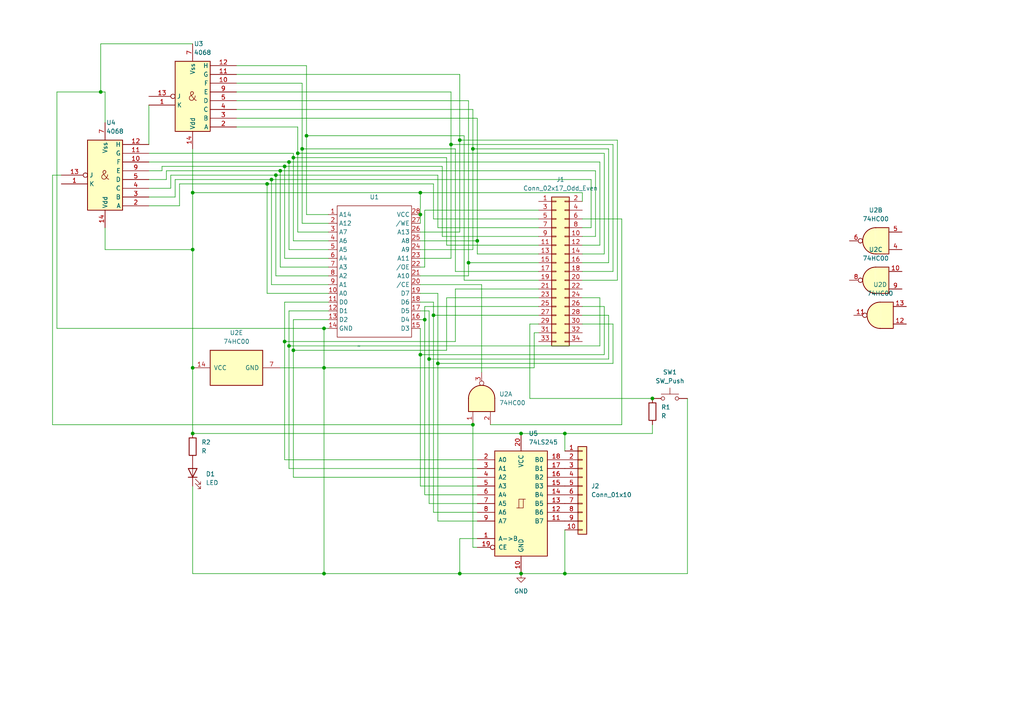
<source format=kicad_sch>
(kicad_sch (version 20230121) (generator eeschema)

  (uuid 15b931a7-f461-4352-b799-db11fd98fb09)

  (paper "A4")

  (lib_symbols
    (symbol "4xxx_IEEE:4068" (in_bom yes) (on_board yes)
      (property "Reference" "U" (at -5.08 11.43 0)
        (effects (font (size 1.27 1.27)))
      )
      (property "Value" "4068" (at 3.81 11.43 0)
        (effects (font (size 1.27 1.27)))
      )
      (property "Footprint" "" (at 0 0 0)
        (effects (font (size 1.27 1.27)) hide)
      )
      (property "Datasheet" "http://www.ti.com/lit/ds/symlink/cd4068b.pdf" (at 0 0 0)
        (effects (font (size 1.27 1.27)) hide)
      )
      (property "ki_keywords" "cmos nand and 8-input" (at 0 0 0)
        (effects (font (size 1.27 1.27)) hide)
      )
      (property "ki_description" "CMOS 8-input NAND/AND Gate" (at 0 0 0)
        (effects (font (size 1.27 1.27)) hide)
      )
      (symbol "4068_0_0"
        (rectangle (start -5.08 10.16) (end 5.08 -10.16)
          (stroke (width 0.254) (type default))
          (fill (type background))
        )
        (text "&" (at 0 0 0)
          (effects (font (size 2.54 2.54)))
        )
      )
      (symbol "4068_0_1"
        (pin power_in line (at 0 15.24 270) (length 5.08)
          (name "Vdd" (effects (font (size 1.27 1.27))))
          (number "14" (effects (font (size 1.27 1.27))))
        )
        (pin power_in line (at 0 -15.24 90) (length 5.08)
          (name "Vss" (effects (font (size 1.27 1.27))))
          (number "7" (effects (font (size 1.27 1.27))))
        )
      )
      (symbol "4068_1_1"
        (pin output line (at 12.7 2.54 180) (length 7.62)
          (name "K" (effects (font (size 1.27 1.27))))
          (number "1" (effects (font (size 1.27 1.27))))
        )
        (pin input line (at -12.7 -3.81 0) (length 7.62)
          (name "F" (effects (font (size 1.27 1.27))))
          (number "10" (effects (font (size 1.27 1.27))))
        )
        (pin input line (at -12.7 -6.35 0) (length 7.62)
          (name "G" (effects (font (size 1.27 1.27))))
          (number "11" (effects (font (size 1.27 1.27))))
        )
        (pin input line (at -12.7 -8.89 0) (length 7.62)
          (name "H" (effects (font (size 1.27 1.27))))
          (number "12" (effects (font (size 1.27 1.27))))
        )
        (pin output inverted (at 12.7 0 180) (length 7.62)
          (name "J" (effects (font (size 1.27 1.27))))
          (number "13" (effects (font (size 1.27 1.27))))
        )
        (pin input line (at -12.7 8.89 0) (length 7.62)
          (name "A" (effects (font (size 1.27 1.27))))
          (number "2" (effects (font (size 1.27 1.27))))
        )
        (pin input line (at -12.7 6.35 0) (length 7.62)
          (name "B" (effects (font (size 1.27 1.27))))
          (number "3" (effects (font (size 1.27 1.27))))
        )
        (pin input line (at -12.7 3.81 0) (length 7.62)
          (name "C" (effects (font (size 1.27 1.27))))
          (number "4" (effects (font (size 1.27 1.27))))
        )
        (pin input line (at -12.7 1.27 0) (length 7.62)
          (name "D" (effects (font (size 1.27 1.27))))
          (number "5" (effects (font (size 1.27 1.27))))
        )
        (pin input line (at -12.7 -1.27 0) (length 7.62)
          (name "E" (effects (font (size 1.27 1.27))))
          (number "9" (effects (font (size 1.27 1.27))))
        )
      )
    )
    (symbol "74xx:74HC00" (pin_names (offset 1.016)) (in_bom yes) (on_board yes)
      (property "Reference" "U" (at 0 1.27 0)
        (effects (font (size 1.27 1.27)))
      )
      (property "Value" "74HC00" (at 0 -1.27 0)
        (effects (font (size 1.27 1.27)))
      )
      (property "Footprint" "" (at 0 0 0)
        (effects (font (size 1.27 1.27)) hide)
      )
      (property "Datasheet" "http://www.ti.com/lit/gpn/sn74hc00" (at 0 0 0)
        (effects (font (size 1.27 1.27)) hide)
      )
      (property "ki_locked" "" (at 0 0 0)
        (effects (font (size 1.27 1.27)))
      )
      (property "ki_keywords" "HCMOS nand 2-input" (at 0 0 0)
        (effects (font (size 1.27 1.27)) hide)
      )
      (property "ki_description" "quad 2-input NAND gate" (at 0 0 0)
        (effects (font (size 1.27 1.27)) hide)
      )
      (property "ki_fp_filters" "DIP*W7.62mm* SO14*" (at 0 0 0)
        (effects (font (size 1.27 1.27)) hide)
      )
      (symbol "74HC00_1_1"
        (arc (start 0 -3.81) (mid 3.7934 0) (end 0 3.81)
          (stroke (width 0.254) (type default))
          (fill (type background))
        )
        (polyline
          (pts
            (xy 0 3.81)
            (xy -3.81 3.81)
            (xy -3.81 -3.81)
            (xy 0 -3.81)
          )
          (stroke (width 0.254) (type default))
          (fill (type background))
        )
        (pin input line (at -7.62 2.54 0) (length 3.81)
          (name "~" (effects (font (size 1.27 1.27))))
          (number "1" (effects (font (size 1.27 1.27))))
        )
        (pin input line (at -7.62 -2.54 0) (length 3.81)
          (name "~" (effects (font (size 1.27 1.27))))
          (number "2" (effects (font (size 1.27 1.27))))
        )
        (pin output inverted (at 7.62 0 180) (length 3.81)
          (name "~" (effects (font (size 1.27 1.27))))
          (number "3" (effects (font (size 1.27 1.27))))
        )
      )
      (symbol "74HC00_1_2"
        (arc (start -3.81 -3.81) (mid -2.589 0) (end -3.81 3.81)
          (stroke (width 0.254) (type default))
          (fill (type none))
        )
        (arc (start -0.6096 -3.81) (mid 2.1842 -2.5851) (end 3.81 0)
          (stroke (width 0.254) (type default))
          (fill (type background))
        )
        (polyline
          (pts
            (xy -3.81 -3.81)
            (xy -0.635 -3.81)
          )
          (stroke (width 0.254) (type default))
          (fill (type background))
        )
        (polyline
          (pts
            (xy -3.81 3.81)
            (xy -0.635 3.81)
          )
          (stroke (width 0.254) (type default))
          (fill (type background))
        )
        (polyline
          (pts
            (xy -0.635 3.81)
            (xy -3.81 3.81)
            (xy -3.81 3.81)
            (xy -3.556 3.4036)
            (xy -3.0226 2.2606)
            (xy -2.6924 1.0414)
            (xy -2.6162 -0.254)
            (xy -2.7686 -1.4986)
            (xy -3.175 -2.7178)
            (xy -3.81 -3.81)
            (xy -3.81 -3.81)
            (xy -0.635 -3.81)
          )
          (stroke (width -25.4) (type default))
          (fill (type background))
        )
        (arc (start 3.81 0) (mid 2.1915 2.5936) (end -0.6096 3.81)
          (stroke (width 0.254) (type default))
          (fill (type background))
        )
        (pin input inverted (at -7.62 2.54 0) (length 4.318)
          (name "~" (effects (font (size 1.27 1.27))))
          (number "1" (effects (font (size 1.27 1.27))))
        )
        (pin input inverted (at -7.62 -2.54 0) (length 4.318)
          (name "~" (effects (font (size 1.27 1.27))))
          (number "2" (effects (font (size 1.27 1.27))))
        )
        (pin output line (at 7.62 0 180) (length 3.81)
          (name "~" (effects (font (size 1.27 1.27))))
          (number "3" (effects (font (size 1.27 1.27))))
        )
      )
      (symbol "74HC00_2_1"
        (arc (start 0 -3.81) (mid 3.7934 0) (end 0 3.81)
          (stroke (width 0.254) (type default))
          (fill (type background))
        )
        (polyline
          (pts
            (xy 0 3.81)
            (xy -3.81 3.81)
            (xy -3.81 -3.81)
            (xy 0 -3.81)
          )
          (stroke (width 0.254) (type default))
          (fill (type background))
        )
        (pin input line (at -7.62 2.54 0) (length 3.81)
          (name "~" (effects (font (size 1.27 1.27))))
          (number "4" (effects (font (size 1.27 1.27))))
        )
        (pin input line (at -7.62 -2.54 0) (length 3.81)
          (name "~" (effects (font (size 1.27 1.27))))
          (number "5" (effects (font (size 1.27 1.27))))
        )
        (pin output inverted (at 7.62 0 180) (length 3.81)
          (name "~" (effects (font (size 1.27 1.27))))
          (number "6" (effects (font (size 1.27 1.27))))
        )
      )
      (symbol "74HC00_2_2"
        (arc (start -3.81 -3.81) (mid -2.589 0) (end -3.81 3.81)
          (stroke (width 0.254) (type default))
          (fill (type none))
        )
        (arc (start -0.6096 -3.81) (mid 2.1842 -2.5851) (end 3.81 0)
          (stroke (width 0.254) (type default))
          (fill (type background))
        )
        (polyline
          (pts
            (xy -3.81 -3.81)
            (xy -0.635 -3.81)
          )
          (stroke (width 0.254) (type default))
          (fill (type background))
        )
        (polyline
          (pts
            (xy -3.81 3.81)
            (xy -0.635 3.81)
          )
          (stroke (width 0.254) (type default))
          (fill (type background))
        )
        (polyline
          (pts
            (xy -0.635 3.81)
            (xy -3.81 3.81)
            (xy -3.81 3.81)
            (xy -3.556 3.4036)
            (xy -3.0226 2.2606)
            (xy -2.6924 1.0414)
            (xy -2.6162 -0.254)
            (xy -2.7686 -1.4986)
            (xy -3.175 -2.7178)
            (xy -3.81 -3.81)
            (xy -3.81 -3.81)
            (xy -0.635 -3.81)
          )
          (stroke (width -25.4) (type default))
          (fill (type background))
        )
        (arc (start 3.81 0) (mid 2.1915 2.5936) (end -0.6096 3.81)
          (stroke (width 0.254) (type default))
          (fill (type background))
        )
        (pin input inverted (at -7.62 2.54 0) (length 4.318)
          (name "~" (effects (font (size 1.27 1.27))))
          (number "4" (effects (font (size 1.27 1.27))))
        )
        (pin input inverted (at -7.62 -2.54 0) (length 4.318)
          (name "~" (effects (font (size 1.27 1.27))))
          (number "5" (effects (font (size 1.27 1.27))))
        )
        (pin output line (at 7.62 0 180) (length 3.81)
          (name "~" (effects (font (size 1.27 1.27))))
          (number "6" (effects (font (size 1.27 1.27))))
        )
      )
      (symbol "74HC00_3_1"
        (arc (start 0 -3.81) (mid 3.7934 0) (end 0 3.81)
          (stroke (width 0.254) (type default))
          (fill (type background))
        )
        (polyline
          (pts
            (xy 0 3.81)
            (xy -3.81 3.81)
            (xy -3.81 -3.81)
            (xy 0 -3.81)
          )
          (stroke (width 0.254) (type default))
          (fill (type background))
        )
        (pin input line (at -7.62 -2.54 0) (length 3.81)
          (name "~" (effects (font (size 1.27 1.27))))
          (number "10" (effects (font (size 1.27 1.27))))
        )
        (pin output inverted (at 7.62 0 180) (length 3.81)
          (name "~" (effects (font (size 1.27 1.27))))
          (number "8" (effects (font (size 1.27 1.27))))
        )
        (pin input line (at -7.62 2.54 0) (length 3.81)
          (name "~" (effects (font (size 1.27 1.27))))
          (number "9" (effects (font (size 1.27 1.27))))
        )
      )
      (symbol "74HC00_3_2"
        (arc (start -3.81 -3.81) (mid -2.589 0) (end -3.81 3.81)
          (stroke (width 0.254) (type default))
          (fill (type none))
        )
        (arc (start -0.6096 -3.81) (mid 2.1842 -2.5851) (end 3.81 0)
          (stroke (width 0.254) (type default))
          (fill (type background))
        )
        (polyline
          (pts
            (xy -3.81 -3.81)
            (xy -0.635 -3.81)
          )
          (stroke (width 0.254) (type default))
          (fill (type background))
        )
        (polyline
          (pts
            (xy -3.81 3.81)
            (xy -0.635 3.81)
          )
          (stroke (width 0.254) (type default))
          (fill (type background))
        )
        (polyline
          (pts
            (xy -0.635 3.81)
            (xy -3.81 3.81)
            (xy -3.81 3.81)
            (xy -3.556 3.4036)
            (xy -3.0226 2.2606)
            (xy -2.6924 1.0414)
            (xy -2.6162 -0.254)
            (xy -2.7686 -1.4986)
            (xy -3.175 -2.7178)
            (xy -3.81 -3.81)
            (xy -3.81 -3.81)
            (xy -0.635 -3.81)
          )
          (stroke (width -25.4) (type default))
          (fill (type background))
        )
        (arc (start 3.81 0) (mid 2.1915 2.5936) (end -0.6096 3.81)
          (stroke (width 0.254) (type default))
          (fill (type background))
        )
        (pin input inverted (at -7.62 -2.54 0) (length 4.318)
          (name "~" (effects (font (size 1.27 1.27))))
          (number "10" (effects (font (size 1.27 1.27))))
        )
        (pin output line (at 7.62 0 180) (length 3.81)
          (name "~" (effects (font (size 1.27 1.27))))
          (number "8" (effects (font (size 1.27 1.27))))
        )
        (pin input inverted (at -7.62 2.54 0) (length 4.318)
          (name "~" (effects (font (size 1.27 1.27))))
          (number "9" (effects (font (size 1.27 1.27))))
        )
      )
      (symbol "74HC00_4_1"
        (arc (start 0 -3.81) (mid 3.7934 0) (end 0 3.81)
          (stroke (width 0.254) (type default))
          (fill (type background))
        )
        (polyline
          (pts
            (xy 0 3.81)
            (xy -3.81 3.81)
            (xy -3.81 -3.81)
            (xy 0 -3.81)
          )
          (stroke (width 0.254) (type default))
          (fill (type background))
        )
        (pin output inverted (at 7.62 0 180) (length 3.81)
          (name "~" (effects (font (size 1.27 1.27))))
          (number "11" (effects (font (size 1.27 1.27))))
        )
        (pin input line (at -7.62 2.54 0) (length 3.81)
          (name "~" (effects (font (size 1.27 1.27))))
          (number "12" (effects (font (size 1.27 1.27))))
        )
        (pin input line (at -7.62 -2.54 0) (length 3.81)
          (name "~" (effects (font (size 1.27 1.27))))
          (number "13" (effects (font (size 1.27 1.27))))
        )
      )
      (symbol "74HC00_4_2"
        (arc (start -3.81 -3.81) (mid -2.589 0) (end -3.81 3.81)
          (stroke (width 0.254) (type default))
          (fill (type none))
        )
        (arc (start -0.6096 -3.81) (mid 2.1842 -2.5851) (end 3.81 0)
          (stroke (width 0.254) (type default))
          (fill (type background))
        )
        (polyline
          (pts
            (xy -3.81 -3.81)
            (xy -0.635 -3.81)
          )
          (stroke (width 0.254) (type default))
          (fill (type background))
        )
        (polyline
          (pts
            (xy -3.81 3.81)
            (xy -0.635 3.81)
          )
          (stroke (width 0.254) (type default))
          (fill (type background))
        )
        (polyline
          (pts
            (xy -0.635 3.81)
            (xy -3.81 3.81)
            (xy -3.81 3.81)
            (xy -3.556 3.4036)
            (xy -3.0226 2.2606)
            (xy -2.6924 1.0414)
            (xy -2.6162 -0.254)
            (xy -2.7686 -1.4986)
            (xy -3.175 -2.7178)
            (xy -3.81 -3.81)
            (xy -3.81 -3.81)
            (xy -0.635 -3.81)
          )
          (stroke (width -25.4) (type default))
          (fill (type background))
        )
        (arc (start 3.81 0) (mid 2.1915 2.5936) (end -0.6096 3.81)
          (stroke (width 0.254) (type default))
          (fill (type background))
        )
        (pin output line (at 7.62 0 180) (length 3.81)
          (name "~" (effects (font (size 1.27 1.27))))
          (number "11" (effects (font (size 1.27 1.27))))
        )
        (pin input inverted (at -7.62 2.54 0) (length 4.318)
          (name "~" (effects (font (size 1.27 1.27))))
          (number "12" (effects (font (size 1.27 1.27))))
        )
        (pin input inverted (at -7.62 -2.54 0) (length 4.318)
          (name "~" (effects (font (size 1.27 1.27))))
          (number "13" (effects (font (size 1.27 1.27))))
        )
      )
      (symbol "74HC00_5_0"
        (pin power_in line (at 0 12.7 270) (length 5.08)
          (name "VCC" (effects (font (size 1.27 1.27))))
          (number "14" (effects (font (size 1.27 1.27))))
        )
        (pin power_in line (at 0 -12.7 90) (length 5.08)
          (name "GND" (effects (font (size 1.27 1.27))))
          (number "7" (effects (font (size 1.27 1.27))))
        )
      )
      (symbol "74HC00_5_1"
        (rectangle (start -5.08 7.62) (end 5.08 -7.62)
          (stroke (width 0.254) (type default))
          (fill (type background))
        )
      )
    )
    (symbol "74xx:74LS245" (pin_names (offset 1.016)) (in_bom yes) (on_board yes)
      (property "Reference" "U" (at -7.62 16.51 0)
        (effects (font (size 1.27 1.27)))
      )
      (property "Value" "74LS245" (at -7.62 -16.51 0)
        (effects (font (size 1.27 1.27)))
      )
      (property "Footprint" "" (at 0 0 0)
        (effects (font (size 1.27 1.27)) hide)
      )
      (property "Datasheet" "http://www.ti.com/lit/gpn/sn74LS245" (at 0 0 0)
        (effects (font (size 1.27 1.27)) hide)
      )
      (property "ki_locked" "" (at 0 0 0)
        (effects (font (size 1.27 1.27)))
      )
      (property "ki_keywords" "TTL BUS 3State" (at 0 0 0)
        (effects (font (size 1.27 1.27)) hide)
      )
      (property "ki_description" "Octal BUS Transceivers, 3-State outputs" (at 0 0 0)
        (effects (font (size 1.27 1.27)) hide)
      )
      (property "ki_fp_filters" "DIP?20*" (at 0 0 0)
        (effects (font (size 1.27 1.27)) hide)
      )
      (symbol "74LS245_1_0"
        (polyline
          (pts
            (xy -0.635 -1.27)
            (xy -0.635 1.27)
            (xy 0.635 1.27)
          )
          (stroke (width 0) (type default))
          (fill (type none))
        )
        (polyline
          (pts
            (xy -1.27 -1.27)
            (xy 0.635 -1.27)
            (xy 0.635 1.27)
            (xy 1.27 1.27)
          )
          (stroke (width 0) (type default))
          (fill (type none))
        )
        (pin input line (at -12.7 -10.16 0) (length 5.08)
          (name "A->B" (effects (font (size 1.27 1.27))))
          (number "1" (effects (font (size 1.27 1.27))))
        )
        (pin power_in line (at 0 -20.32 90) (length 5.08)
          (name "GND" (effects (font (size 1.27 1.27))))
          (number "10" (effects (font (size 1.27 1.27))))
        )
        (pin tri_state line (at 12.7 -5.08 180) (length 5.08)
          (name "B7" (effects (font (size 1.27 1.27))))
          (number "11" (effects (font (size 1.27 1.27))))
        )
        (pin tri_state line (at 12.7 -2.54 180) (length 5.08)
          (name "B6" (effects (font (size 1.27 1.27))))
          (number "12" (effects (font (size 1.27 1.27))))
        )
        (pin tri_state line (at 12.7 0 180) (length 5.08)
          (name "B5" (effects (font (size 1.27 1.27))))
          (number "13" (effects (font (size 1.27 1.27))))
        )
        (pin tri_state line (at 12.7 2.54 180) (length 5.08)
          (name "B4" (effects (font (size 1.27 1.27))))
          (number "14" (effects (font (size 1.27 1.27))))
        )
        (pin tri_state line (at 12.7 5.08 180) (length 5.08)
          (name "B3" (effects (font (size 1.27 1.27))))
          (number "15" (effects (font (size 1.27 1.27))))
        )
        (pin tri_state line (at 12.7 7.62 180) (length 5.08)
          (name "B2" (effects (font (size 1.27 1.27))))
          (number "16" (effects (font (size 1.27 1.27))))
        )
        (pin tri_state line (at 12.7 10.16 180) (length 5.08)
          (name "B1" (effects (font (size 1.27 1.27))))
          (number "17" (effects (font (size 1.27 1.27))))
        )
        (pin tri_state line (at 12.7 12.7 180) (length 5.08)
          (name "B0" (effects (font (size 1.27 1.27))))
          (number "18" (effects (font (size 1.27 1.27))))
        )
        (pin input inverted (at -12.7 -12.7 0) (length 5.08)
          (name "CE" (effects (font (size 1.27 1.27))))
          (number "19" (effects (font (size 1.27 1.27))))
        )
        (pin tri_state line (at -12.7 12.7 0) (length 5.08)
          (name "A0" (effects (font (size 1.27 1.27))))
          (number "2" (effects (font (size 1.27 1.27))))
        )
        (pin power_in line (at 0 20.32 270) (length 5.08)
          (name "VCC" (effects (font (size 1.27 1.27))))
          (number "20" (effects (font (size 1.27 1.27))))
        )
        (pin tri_state line (at -12.7 10.16 0) (length 5.08)
          (name "A1" (effects (font (size 1.27 1.27))))
          (number "3" (effects (font (size 1.27 1.27))))
        )
        (pin tri_state line (at -12.7 7.62 0) (length 5.08)
          (name "A2" (effects (font (size 1.27 1.27))))
          (number "4" (effects (font (size 1.27 1.27))))
        )
        (pin tri_state line (at -12.7 5.08 0) (length 5.08)
          (name "A3" (effects (font (size 1.27 1.27))))
          (number "5" (effects (font (size 1.27 1.27))))
        )
        (pin tri_state line (at -12.7 2.54 0) (length 5.08)
          (name "A4" (effects (font (size 1.27 1.27))))
          (number "6" (effects (font (size 1.27 1.27))))
        )
        (pin tri_state line (at -12.7 0 0) (length 5.08)
          (name "A5" (effects (font (size 1.27 1.27))))
          (number "7" (effects (font (size 1.27 1.27))))
        )
        (pin tri_state line (at -12.7 -2.54 0) (length 5.08)
          (name "A6" (effects (font (size 1.27 1.27))))
          (number "8" (effects (font (size 1.27 1.27))))
        )
        (pin tri_state line (at -12.7 -5.08 0) (length 5.08)
          (name "A7" (effects (font (size 1.27 1.27))))
          (number "9" (effects (font (size 1.27 1.27))))
        )
      )
      (symbol "74LS245_1_1"
        (rectangle (start -7.62 15.24) (end 7.62 -15.24)
          (stroke (width 0.254) (type default))
          (fill (type background))
        )
      )
    )
    (symbol "Connector_Generic:Conn_01x10" (pin_names (offset 1.016) hide) (in_bom yes) (on_board yes)
      (property "Reference" "J" (at 0 12.7 0)
        (effects (font (size 1.27 1.27)))
      )
      (property "Value" "Conn_01x10" (at 0 -15.24 0)
        (effects (font (size 1.27 1.27)))
      )
      (property "Footprint" "" (at 0 0 0)
        (effects (font (size 1.27 1.27)) hide)
      )
      (property "Datasheet" "~" (at 0 0 0)
        (effects (font (size 1.27 1.27)) hide)
      )
      (property "ki_keywords" "connector" (at 0 0 0)
        (effects (font (size 1.27 1.27)) hide)
      )
      (property "ki_description" "Generic connector, single row, 01x10, script generated (kicad-library-utils/schlib/autogen/connector/)" (at 0 0 0)
        (effects (font (size 1.27 1.27)) hide)
      )
      (property "ki_fp_filters" "Connector*:*_1x??_*" (at 0 0 0)
        (effects (font (size 1.27 1.27)) hide)
      )
      (symbol "Conn_01x10_1_1"
        (rectangle (start -1.27 -12.573) (end 0 -12.827)
          (stroke (width 0.1524) (type default))
          (fill (type none))
        )
        (rectangle (start -1.27 -10.033) (end 0 -10.287)
          (stroke (width 0.1524) (type default))
          (fill (type none))
        )
        (rectangle (start -1.27 -7.493) (end 0 -7.747)
          (stroke (width 0.1524) (type default))
          (fill (type none))
        )
        (rectangle (start -1.27 -4.953) (end 0 -5.207)
          (stroke (width 0.1524) (type default))
          (fill (type none))
        )
        (rectangle (start -1.27 -2.413) (end 0 -2.667)
          (stroke (width 0.1524) (type default))
          (fill (type none))
        )
        (rectangle (start -1.27 0.127) (end 0 -0.127)
          (stroke (width 0.1524) (type default))
          (fill (type none))
        )
        (rectangle (start -1.27 2.667) (end 0 2.413)
          (stroke (width 0.1524) (type default))
          (fill (type none))
        )
        (rectangle (start -1.27 5.207) (end 0 4.953)
          (stroke (width 0.1524) (type default))
          (fill (type none))
        )
        (rectangle (start -1.27 7.747) (end 0 7.493)
          (stroke (width 0.1524) (type default))
          (fill (type none))
        )
        (rectangle (start -1.27 10.287) (end 0 10.033)
          (stroke (width 0.1524) (type default))
          (fill (type none))
        )
        (rectangle (start -1.27 11.43) (end 1.27 -13.97)
          (stroke (width 0.254) (type default))
          (fill (type background))
        )
        (pin passive line (at -5.08 10.16 0) (length 3.81)
          (name "Pin_1" (effects (font (size 1.27 1.27))))
          (number "1" (effects (font (size 1.27 1.27))))
        )
        (pin passive line (at -5.08 -12.7 0) (length 3.81)
          (name "Pin_10" (effects (font (size 1.27 1.27))))
          (number "10" (effects (font (size 1.27 1.27))))
        )
        (pin passive line (at -5.08 7.62 0) (length 3.81)
          (name "Pin_2" (effects (font (size 1.27 1.27))))
          (number "2" (effects (font (size 1.27 1.27))))
        )
        (pin passive line (at -5.08 5.08 0) (length 3.81)
          (name "Pin_3" (effects (font (size 1.27 1.27))))
          (number "3" (effects (font (size 1.27 1.27))))
        )
        (pin passive line (at -5.08 2.54 0) (length 3.81)
          (name "Pin_4" (effects (font (size 1.27 1.27))))
          (number "4" (effects (font (size 1.27 1.27))))
        )
        (pin passive line (at -5.08 0 0) (length 3.81)
          (name "Pin_5" (effects (font (size 1.27 1.27))))
          (number "5" (effects (font (size 1.27 1.27))))
        )
        (pin passive line (at -5.08 -2.54 0) (length 3.81)
          (name "Pin_6" (effects (font (size 1.27 1.27))))
          (number "6" (effects (font (size 1.27 1.27))))
        )
        (pin passive line (at -5.08 -5.08 0) (length 3.81)
          (name "Pin_7" (effects (font (size 1.27 1.27))))
          (number "7" (effects (font (size 1.27 1.27))))
        )
        (pin passive line (at -5.08 -7.62 0) (length 3.81)
          (name "Pin_8" (effects (font (size 1.27 1.27))))
          (number "8" (effects (font (size 1.27 1.27))))
        )
        (pin passive line (at -5.08 -10.16 0) (length 3.81)
          (name "Pin_9" (effects (font (size 1.27 1.27))))
          (number "9" (effects (font (size 1.27 1.27))))
        )
      )
    )
    (symbol "Connector_Generic:Conn_02x17_Odd_Even" (pin_names (offset 1.016) hide) (in_bom yes) (on_board yes)
      (property "Reference" "J" (at 1.27 22.86 0)
        (effects (font (size 1.27 1.27)))
      )
      (property "Value" "Conn_02x17_Odd_Even" (at 1.27 -22.86 0)
        (effects (font (size 1.27 1.27)))
      )
      (property "Footprint" "" (at 0 0 0)
        (effects (font (size 1.27 1.27)) hide)
      )
      (property "Datasheet" "~" (at 0 0 0)
        (effects (font (size 1.27 1.27)) hide)
      )
      (property "ki_keywords" "connector" (at 0 0 0)
        (effects (font (size 1.27 1.27)) hide)
      )
      (property "ki_description" "Generic connector, double row, 02x17, odd/even pin numbering scheme (row 1 odd numbers, row 2 even numbers), script generated (kicad-library-utils/schlib/autogen/connector/)" (at 0 0 0)
        (effects (font (size 1.27 1.27)) hide)
      )
      (property "ki_fp_filters" "Connector*:*_2x??_*" (at 0 0 0)
        (effects (font (size 1.27 1.27)) hide)
      )
      (symbol "Conn_02x17_Odd_Even_1_1"
        (rectangle (start -1.27 -20.193) (end 0 -20.447)
          (stroke (width 0.1524) (type default))
          (fill (type none))
        )
        (rectangle (start -1.27 -17.653) (end 0 -17.907)
          (stroke (width 0.1524) (type default))
          (fill (type none))
        )
        (rectangle (start -1.27 -15.113) (end 0 -15.367)
          (stroke (width 0.1524) (type default))
          (fill (type none))
        )
        (rectangle (start -1.27 -12.573) (end 0 -12.827)
          (stroke (width 0.1524) (type default))
          (fill (type none))
        )
        (rectangle (start -1.27 -10.033) (end 0 -10.287)
          (stroke (width 0.1524) (type default))
          (fill (type none))
        )
        (rectangle (start -1.27 -7.493) (end 0 -7.747)
          (stroke (width 0.1524) (type default))
          (fill (type none))
        )
        (rectangle (start -1.27 -4.953) (end 0 -5.207)
          (stroke (width 0.1524) (type default))
          (fill (type none))
        )
        (rectangle (start -1.27 -2.413) (end 0 -2.667)
          (stroke (width 0.1524) (type default))
          (fill (type none))
        )
        (rectangle (start -1.27 0.127) (end 0 -0.127)
          (stroke (width 0.1524) (type default))
          (fill (type none))
        )
        (rectangle (start -1.27 2.667) (end 0 2.413)
          (stroke (width 0.1524) (type default))
          (fill (type none))
        )
        (rectangle (start -1.27 5.207) (end 0 4.953)
          (stroke (width 0.1524) (type default))
          (fill (type none))
        )
        (rectangle (start -1.27 7.747) (end 0 7.493)
          (stroke (width 0.1524) (type default))
          (fill (type none))
        )
        (rectangle (start -1.27 10.287) (end 0 10.033)
          (stroke (width 0.1524) (type default))
          (fill (type none))
        )
        (rectangle (start -1.27 12.827) (end 0 12.573)
          (stroke (width 0.1524) (type default))
          (fill (type none))
        )
        (rectangle (start -1.27 15.367) (end 0 15.113)
          (stroke (width 0.1524) (type default))
          (fill (type none))
        )
        (rectangle (start -1.27 17.907) (end 0 17.653)
          (stroke (width 0.1524) (type default))
          (fill (type none))
        )
        (rectangle (start -1.27 20.447) (end 0 20.193)
          (stroke (width 0.1524) (type default))
          (fill (type none))
        )
        (rectangle (start -1.27 21.59) (end 3.81 -21.59)
          (stroke (width 0.254) (type default))
          (fill (type background))
        )
        (rectangle (start 3.81 -20.193) (end 2.54 -20.447)
          (stroke (width 0.1524) (type default))
          (fill (type none))
        )
        (rectangle (start 3.81 -17.653) (end 2.54 -17.907)
          (stroke (width 0.1524) (type default))
          (fill (type none))
        )
        (rectangle (start 3.81 -15.113) (end 2.54 -15.367)
          (stroke (width 0.1524) (type default))
          (fill (type none))
        )
        (rectangle (start 3.81 -12.573) (end 2.54 -12.827)
          (stroke (width 0.1524) (type default))
          (fill (type none))
        )
        (rectangle (start 3.81 -10.033) (end 2.54 -10.287)
          (stroke (width 0.1524) (type default))
          (fill (type none))
        )
        (rectangle (start 3.81 -7.493) (end 2.54 -7.747)
          (stroke (width 0.1524) (type default))
          (fill (type none))
        )
        (rectangle (start 3.81 -4.953) (end 2.54 -5.207)
          (stroke (width 0.1524) (type default))
          (fill (type none))
        )
        (rectangle (start 3.81 -2.413) (end 2.54 -2.667)
          (stroke (width 0.1524) (type default))
          (fill (type none))
        )
        (rectangle (start 3.81 0.127) (end 2.54 -0.127)
          (stroke (width 0.1524) (type default))
          (fill (type none))
        )
        (rectangle (start 3.81 2.667) (end 2.54 2.413)
          (stroke (width 0.1524) (type default))
          (fill (type none))
        )
        (rectangle (start 3.81 5.207) (end 2.54 4.953)
          (stroke (width 0.1524) (type default))
          (fill (type none))
        )
        (rectangle (start 3.81 7.747) (end 2.54 7.493)
          (stroke (width 0.1524) (type default))
          (fill (type none))
        )
        (rectangle (start 3.81 10.287) (end 2.54 10.033)
          (stroke (width 0.1524) (type default))
          (fill (type none))
        )
        (rectangle (start 3.81 12.827) (end 2.54 12.573)
          (stroke (width 0.1524) (type default))
          (fill (type none))
        )
        (rectangle (start 3.81 15.367) (end 2.54 15.113)
          (stroke (width 0.1524) (type default))
          (fill (type none))
        )
        (rectangle (start 3.81 17.907) (end 2.54 17.653)
          (stroke (width 0.1524) (type default))
          (fill (type none))
        )
        (rectangle (start 3.81 20.447) (end 2.54 20.193)
          (stroke (width 0.1524) (type default))
          (fill (type none))
        )
        (pin passive line (at -5.08 20.32 0) (length 3.81)
          (name "Pin_1" (effects (font (size 1.27 1.27))))
          (number "1" (effects (font (size 1.27 1.27))))
        )
        (pin passive line (at 7.62 10.16 180) (length 3.81)
          (name "Pin_10" (effects (font (size 1.27 1.27))))
          (number "10" (effects (font (size 1.27 1.27))))
        )
        (pin passive line (at -5.08 7.62 0) (length 3.81)
          (name "Pin_11" (effects (font (size 1.27 1.27))))
          (number "11" (effects (font (size 1.27 1.27))))
        )
        (pin passive line (at 7.62 7.62 180) (length 3.81)
          (name "Pin_12" (effects (font (size 1.27 1.27))))
          (number "12" (effects (font (size 1.27 1.27))))
        )
        (pin passive line (at -5.08 5.08 0) (length 3.81)
          (name "Pin_13" (effects (font (size 1.27 1.27))))
          (number "13" (effects (font (size 1.27 1.27))))
        )
        (pin passive line (at 7.62 5.08 180) (length 3.81)
          (name "Pin_14" (effects (font (size 1.27 1.27))))
          (number "14" (effects (font (size 1.27 1.27))))
        )
        (pin passive line (at -5.08 2.54 0) (length 3.81)
          (name "Pin_15" (effects (font (size 1.27 1.27))))
          (number "15" (effects (font (size 1.27 1.27))))
        )
        (pin passive line (at 7.62 2.54 180) (length 3.81)
          (name "Pin_16" (effects (font (size 1.27 1.27))))
          (number "16" (effects (font (size 1.27 1.27))))
        )
        (pin passive line (at -5.08 0 0) (length 3.81)
          (name "Pin_17" (effects (font (size 1.27 1.27))))
          (number "17" (effects (font (size 1.27 1.27))))
        )
        (pin passive line (at 7.62 0 180) (length 3.81)
          (name "Pin_18" (effects (font (size 1.27 1.27))))
          (number "18" (effects (font (size 1.27 1.27))))
        )
        (pin passive line (at -5.08 -2.54 0) (length 3.81)
          (name "Pin_19" (effects (font (size 1.27 1.27))))
          (number "19" (effects (font (size 1.27 1.27))))
        )
        (pin passive line (at 7.62 20.32 180) (length 3.81)
          (name "Pin_2" (effects (font (size 1.27 1.27))))
          (number "2" (effects (font (size 1.27 1.27))))
        )
        (pin passive line (at 7.62 -2.54 180) (length 3.81)
          (name "Pin_20" (effects (font (size 1.27 1.27))))
          (number "20" (effects (font (size 1.27 1.27))))
        )
        (pin passive line (at -5.08 -5.08 0) (length 3.81)
          (name "Pin_21" (effects (font (size 1.27 1.27))))
          (number "21" (effects (font (size 1.27 1.27))))
        )
        (pin passive line (at 7.62 -5.08 180) (length 3.81)
          (name "Pin_22" (effects (font (size 1.27 1.27))))
          (number "22" (effects (font (size 1.27 1.27))))
        )
        (pin passive line (at -5.08 -7.62 0) (length 3.81)
          (name "Pin_23" (effects (font (size 1.27 1.27))))
          (number "23" (effects (font (size 1.27 1.27))))
        )
        (pin passive line (at 7.62 -7.62 180) (length 3.81)
          (name "Pin_24" (effects (font (size 1.27 1.27))))
          (number "24" (effects (font (size 1.27 1.27))))
        )
        (pin passive line (at -5.08 -10.16 0) (length 3.81)
          (name "Pin_25" (effects (font (size 1.27 1.27))))
          (number "25" (effects (font (size 1.27 1.27))))
        )
        (pin passive line (at 7.62 -10.16 180) (length 3.81)
          (name "Pin_26" (effects (font (size 1.27 1.27))))
          (number "26" (effects (font (size 1.27 1.27))))
        )
        (pin passive line (at -5.08 -12.7 0) (length 3.81)
          (name "Pin_27" (effects (font (size 1.27 1.27))))
          (number "27" (effects (font (size 1.27 1.27))))
        )
        (pin passive line (at 7.62 -12.7 180) (length 3.81)
          (name "Pin_28" (effects (font (size 1.27 1.27))))
          (number "28" (effects (font (size 1.27 1.27))))
        )
        (pin passive line (at -5.08 -15.24 0) (length 3.81)
          (name "Pin_29" (effects (font (size 1.27 1.27))))
          (number "29" (effects (font (size 1.27 1.27))))
        )
        (pin passive line (at -5.08 17.78 0) (length 3.81)
          (name "Pin_3" (effects (font (size 1.27 1.27))))
          (number "3" (effects (font (size 1.27 1.27))))
        )
        (pin passive line (at 7.62 -15.24 180) (length 3.81)
          (name "Pin_30" (effects (font (size 1.27 1.27))))
          (number "30" (effects (font (size 1.27 1.27))))
        )
        (pin passive line (at -5.08 -17.78 0) (length 3.81)
          (name "Pin_31" (effects (font (size 1.27 1.27))))
          (number "31" (effects (font (size 1.27 1.27))))
        )
        (pin passive line (at 7.62 -17.78 180) (length 3.81)
          (name "Pin_32" (effects (font (size 1.27 1.27))))
          (number "32" (effects (font (size 1.27 1.27))))
        )
        (pin passive line (at -5.08 -20.32 0) (length 3.81)
          (name "Pin_33" (effects (font (size 1.27 1.27))))
          (number "33" (effects (font (size 1.27 1.27))))
        )
        (pin passive line (at 7.62 -20.32 180) (length 3.81)
          (name "Pin_34" (effects (font (size 1.27 1.27))))
          (number "34" (effects (font (size 1.27 1.27))))
        )
        (pin passive line (at 7.62 17.78 180) (length 3.81)
          (name "Pin_4" (effects (font (size 1.27 1.27))))
          (number "4" (effects (font (size 1.27 1.27))))
        )
        (pin passive line (at -5.08 15.24 0) (length 3.81)
          (name "Pin_5" (effects (font (size 1.27 1.27))))
          (number "5" (effects (font (size 1.27 1.27))))
        )
        (pin passive line (at 7.62 15.24 180) (length 3.81)
          (name "Pin_6" (effects (font (size 1.27 1.27))))
          (number "6" (effects (font (size 1.27 1.27))))
        )
        (pin passive line (at -5.08 12.7 0) (length 3.81)
          (name "Pin_7" (effects (font (size 1.27 1.27))))
          (number "7" (effects (font (size 1.27 1.27))))
        )
        (pin passive line (at 7.62 12.7 180) (length 3.81)
          (name "Pin_8" (effects (font (size 1.27 1.27))))
          (number "8" (effects (font (size 1.27 1.27))))
        )
        (pin passive line (at -5.08 10.16 0) (length 3.81)
          (name "Pin_9" (effects (font (size 1.27 1.27))))
          (number "9" (effects (font (size 1.27 1.27))))
        )
      )
    )
    (symbol "Device:LED" (pin_numbers hide) (pin_names (offset 1.016) hide) (in_bom yes) (on_board yes)
      (property "Reference" "D" (at 0 2.54 0)
        (effects (font (size 1.27 1.27)))
      )
      (property "Value" "LED" (at 0 -2.54 0)
        (effects (font (size 1.27 1.27)))
      )
      (property "Footprint" "" (at 0 0 0)
        (effects (font (size 1.27 1.27)) hide)
      )
      (property "Datasheet" "~" (at 0 0 0)
        (effects (font (size 1.27 1.27)) hide)
      )
      (property "ki_keywords" "LED diode" (at 0 0 0)
        (effects (font (size 1.27 1.27)) hide)
      )
      (property "ki_description" "Light emitting diode" (at 0 0 0)
        (effects (font (size 1.27 1.27)) hide)
      )
      (property "ki_fp_filters" "LED* LED_SMD:* LED_THT:*" (at 0 0 0)
        (effects (font (size 1.27 1.27)) hide)
      )
      (symbol "LED_0_1"
        (polyline
          (pts
            (xy -1.27 -1.27)
            (xy -1.27 1.27)
          )
          (stroke (width 0.254) (type default))
          (fill (type none))
        )
        (polyline
          (pts
            (xy -1.27 0)
            (xy 1.27 0)
          )
          (stroke (width 0) (type default))
          (fill (type none))
        )
        (polyline
          (pts
            (xy 1.27 -1.27)
            (xy 1.27 1.27)
            (xy -1.27 0)
            (xy 1.27 -1.27)
          )
          (stroke (width 0.254) (type default))
          (fill (type none))
        )
        (polyline
          (pts
            (xy -3.048 -0.762)
            (xy -4.572 -2.286)
            (xy -3.81 -2.286)
            (xy -4.572 -2.286)
            (xy -4.572 -1.524)
          )
          (stroke (width 0) (type default))
          (fill (type none))
        )
        (polyline
          (pts
            (xy -1.778 -0.762)
            (xy -3.302 -2.286)
            (xy -2.54 -2.286)
            (xy -3.302 -2.286)
            (xy -3.302 -1.524)
          )
          (stroke (width 0) (type default))
          (fill (type none))
        )
      )
      (symbol "LED_1_1"
        (pin passive line (at -3.81 0 0) (length 2.54)
          (name "K" (effects (font (size 1.27 1.27))))
          (number "1" (effects (font (size 1.27 1.27))))
        )
        (pin passive line (at 3.81 0 180) (length 2.54)
          (name "A" (effects (font (size 1.27 1.27))))
          (number "2" (effects (font (size 1.27 1.27))))
        )
      )
    )
    (symbol "Device:R" (pin_numbers hide) (pin_names (offset 0)) (in_bom yes) (on_board yes)
      (property "Reference" "R" (at 2.032 0 90)
        (effects (font (size 1.27 1.27)))
      )
      (property "Value" "R" (at 0 0 90)
        (effects (font (size 1.27 1.27)))
      )
      (property "Footprint" "" (at -1.778 0 90)
        (effects (font (size 1.27 1.27)) hide)
      )
      (property "Datasheet" "~" (at 0 0 0)
        (effects (font (size 1.27 1.27)) hide)
      )
      (property "ki_keywords" "R res resistor" (at 0 0 0)
        (effects (font (size 1.27 1.27)) hide)
      )
      (property "ki_description" "Resistor" (at 0 0 0)
        (effects (font (size 1.27 1.27)) hide)
      )
      (property "ki_fp_filters" "R_*" (at 0 0 0)
        (effects (font (size 1.27 1.27)) hide)
      )
      (symbol "R_0_1"
        (rectangle (start -1.016 -2.54) (end 1.016 2.54)
          (stroke (width 0.254) (type default))
          (fill (type none))
        )
      )
      (symbol "R_1_1"
        (pin passive line (at 0 3.81 270) (length 1.27)
          (name "~" (effects (font (size 1.27 1.27))))
          (number "1" (effects (font (size 1.27 1.27))))
        )
        (pin passive line (at 0 -3.81 90) (length 1.27)
          (name "~" (effects (font (size 1.27 1.27))))
          (number "2" (effects (font (size 1.27 1.27))))
        )
      )
    )
    (symbol "Memory:AT28C256" (in_bom yes) (on_board yes)
      (property "Reference" "U1" (at 4.4035 43.18 0)
        (effects (font (size 1.27 1.27)))
      )
      (property "Value" "~" (at 0 0 0)
        (effects (font (size 1.27 1.27)))
      )
      (property "Footprint" "" (at 0 0 0)
        (effects (font (size 1.27 1.27)) hide)
      )
      (property "Datasheet" "" (at 0 0 0)
        (effects (font (size 1.27 1.27)) hide)
      )
      (symbol "AT28C256_0_1"
        (rectangle (start -6.35 40.64) (end 15.24 2.54)
          (stroke (width 0) (type default))
          (fill (type none))
        )
      )
      (symbol "AT28C256_1_1"
        (pin input line (at -8.89 38.1 0) (length 2.54)
          (name "A14" (effects (font (size 1.27 1.27))))
          (number "1" (effects (font (size 1.27 1.27))))
        )
        (pin input line (at -8.89 15.24 0) (length 2.54)
          (name "A0" (effects (font (size 1.27 1.27))))
          (number "10" (effects (font (size 1.27 1.27))))
        )
        (pin bidirectional line (at -8.89 12.7 0) (length 2.54)
          (name "D0" (effects (font (size 1.27 1.27))))
          (number "11" (effects (font (size 1.27 1.27))))
        )
        (pin bidirectional line (at -8.89 10.16 0) (length 2.54)
          (name "D1" (effects (font (size 1.27 1.27))))
          (number "12" (effects (font (size 1.27 1.27))))
        )
        (pin bidirectional line (at -8.89 7.62 0) (length 2.54)
          (name "D2" (effects (font (size 1.27 1.27))))
          (number "13" (effects (font (size 1.27 1.27))))
        )
        (pin power_in line (at -8.89 5.08 0) (length 2.54)
          (name "GND" (effects (font (size 1.27 1.27))))
          (number "14" (effects (font (size 1.27 1.27))))
        )
        (pin bidirectional line (at 17.78 5.08 180) (length 2.54)
          (name "D3" (effects (font (size 1.27 1.27))))
          (number "15" (effects (font (size 1.27 1.27))))
        )
        (pin bidirectional line (at 17.78 7.62 180) (length 2.54)
          (name "D4" (effects (font (size 1.27 1.27))))
          (number "16" (effects (font (size 1.27 1.27))))
        )
        (pin bidirectional line (at 17.78 10.16 180) (length 2.54)
          (name "D5" (effects (font (size 1.27 1.27))))
          (number "17" (effects (font (size 1.27 1.27))))
        )
        (pin bidirectional line (at 17.78 12.7 180) (length 2.54)
          (name "D6" (effects (font (size 1.27 1.27))))
          (number "18" (effects (font (size 1.27 1.27))))
        )
        (pin bidirectional line (at 17.78 15.24 180) (length 2.54)
          (name "D7" (effects (font (size 1.27 1.27))))
          (number "19" (effects (font (size 1.27 1.27))))
        )
        (pin input line (at -8.89 35.56 0) (length 2.54)
          (name "A12" (effects (font (size 1.27 1.27))))
          (number "2" (effects (font (size 1.27 1.27))))
        )
        (pin input line (at 17.78 17.78 180) (length 2.54)
          (name "/CE" (effects (font (size 1.27 1.27))))
          (number "20" (effects (font (size 1.27 1.27))))
        )
        (pin input line (at 17.78 20.32 180) (length 2.54)
          (name "A10" (effects (font (size 1.27 1.27))))
          (number "21" (effects (font (size 1.27 1.27))))
        )
        (pin input line (at 17.78 22.86 180) (length 2.54)
          (name "/OE" (effects (font (size 1.27 1.27))))
          (number "22" (effects (font (size 1.27 1.27))))
        )
        (pin input line (at 17.78 25.4 180) (length 2.54)
          (name "A11" (effects (font (size 1.27 1.27))))
          (number "23" (effects (font (size 1.27 1.27))))
        )
        (pin input line (at 17.78 27.94 180) (length 2.54)
          (name "A9" (effects (font (size 1.27 1.27))))
          (number "24" (effects (font (size 1.27 1.27))))
        )
        (pin input line (at 17.78 30.48 180) (length 2.54)
          (name "A8" (effects (font (size 1.27 1.27))))
          (number "25" (effects (font (size 1.27 1.27))))
        )
        (pin input line (at 17.78 33.02 180) (length 2.54)
          (name "A13" (effects (font (size 1.27 1.27))))
          (number "26" (effects (font (size 1.27 1.27))))
        )
        (pin input line (at 17.78 35.56 180) (length 2.54)
          (name "/WE" (effects (font (size 1.27 1.27))))
          (number "27" (effects (font (size 1.27 1.27))))
        )
        (pin power_in line (at 17.78 38.1 180) (length 2.54)
          (name "VCC" (effects (font (size 1.27 1.27))))
          (number "28" (effects (font (size 1.27 1.27))))
        )
        (pin input line (at -8.89 33.02 0) (length 2.54)
          (name "A7" (effects (font (size 1.27 1.27))))
          (number "3" (effects (font (size 1.27 1.27))))
        )
        (pin input line (at -8.89 30.48 0) (length 2.54)
          (name "A6" (effects (font (size 1.27 1.27))))
          (number "4" (effects (font (size 1.27 1.27))))
        )
        (pin input line (at -8.89 27.94 0) (length 2.54)
          (name "A5" (effects (font (size 1.27 1.27))))
          (number "5" (effects (font (size 1.27 1.27))))
        )
        (pin input line (at -8.89 25.4 0) (length 2.54)
          (name "A4" (effects (font (size 1.27 1.27))))
          (number "6" (effects (font (size 1.27 1.27))))
        )
        (pin input line (at -8.89 22.86 0) (length 2.54)
          (name "A3" (effects (font (size 1.27 1.27))))
          (number "7" (effects (font (size 1.27 1.27))))
        )
        (pin input line (at -8.89 20.32 0) (length 2.54)
          (name "A2" (effects (font (size 1.27 1.27))))
          (number "8" (effects (font (size 1.27 1.27))))
        )
        (pin input line (at -8.89 17.78 0) (length 2.54)
          (name "A1" (effects (font (size 1.27 1.27))))
          (number "9" (effects (font (size 1.27 1.27))))
        )
      )
    )
    (symbol "Switch:SW_Push" (pin_numbers hide) (pin_names (offset 1.016) hide) (in_bom yes) (on_board yes)
      (property "Reference" "SW" (at 1.27 2.54 0)
        (effects (font (size 1.27 1.27)) (justify left))
      )
      (property "Value" "SW_Push" (at 0 -1.524 0)
        (effects (font (size 1.27 1.27)))
      )
      (property "Footprint" "" (at 0 5.08 0)
        (effects (font (size 1.27 1.27)) hide)
      )
      (property "Datasheet" "~" (at 0 5.08 0)
        (effects (font (size 1.27 1.27)) hide)
      )
      (property "ki_keywords" "switch normally-open pushbutton push-button" (at 0 0 0)
        (effects (font (size 1.27 1.27)) hide)
      )
      (property "ki_description" "Push button switch, generic, two pins" (at 0 0 0)
        (effects (font (size 1.27 1.27)) hide)
      )
      (symbol "SW_Push_0_1"
        (circle (center -2.032 0) (radius 0.508)
          (stroke (width 0) (type default))
          (fill (type none))
        )
        (polyline
          (pts
            (xy 0 1.27)
            (xy 0 3.048)
          )
          (stroke (width 0) (type default))
          (fill (type none))
        )
        (polyline
          (pts
            (xy 2.54 1.27)
            (xy -2.54 1.27)
          )
          (stroke (width 0) (type default))
          (fill (type none))
        )
        (circle (center 2.032 0) (radius 0.508)
          (stroke (width 0) (type default))
          (fill (type none))
        )
        (pin passive line (at -5.08 0 0) (length 2.54)
          (name "1" (effects (font (size 1.27 1.27))))
          (number "1" (effects (font (size 1.27 1.27))))
        )
        (pin passive line (at 5.08 0 180) (length 2.54)
          (name "2" (effects (font (size 1.27 1.27))))
          (number "2" (effects (font (size 1.27 1.27))))
        )
      )
    )
    (symbol "power:GND" (power) (pin_names (offset 0)) (in_bom yes) (on_board yes)
      (property "Reference" "#PWR" (at 0 -6.35 0)
        (effects (font (size 1.27 1.27)) hide)
      )
      (property "Value" "GND" (at 0 -3.81 0)
        (effects (font (size 1.27 1.27)))
      )
      (property "Footprint" "" (at 0 0 0)
        (effects (font (size 1.27 1.27)) hide)
      )
      (property "Datasheet" "" (at 0 0 0)
        (effects (font (size 1.27 1.27)) hide)
      )
      (property "ki_keywords" "global power" (at 0 0 0)
        (effects (font (size 1.27 1.27)) hide)
      )
      (property "ki_description" "Power symbol creates a global label with name \"GND\" , ground" (at 0 0 0)
        (effects (font (size 1.27 1.27)) hide)
      )
      (symbol "GND_0_1"
        (polyline
          (pts
            (xy 0 0)
            (xy 0 -1.27)
            (xy 1.27 -1.27)
            (xy 0 -2.54)
            (xy -1.27 -1.27)
            (xy 0 -1.27)
          )
          (stroke (width 0) (type default))
          (fill (type none))
        )
      )
      (symbol "GND_1_1"
        (pin power_in line (at 0 0 270) (length 0) hide
          (name "GND" (effects (font (size 1.27 1.27))))
          (number "1" (effects (font (size 1.27 1.27))))
        )
      )
    )
  )

  (junction (at 78.74 52.07) (diameter 0) (color 0 0 0 0)
    (uuid 046fb6d7-265d-4f3b-bb09-8be18d3cfa33)
  )
  (junction (at 121.92 102.87) (diameter 0) (color 0 0 0 0)
    (uuid 0c6686af-e7b3-441e-b59d-d042c144cfb1)
  )
  (junction (at 81.28 49.53) (diameter 0) (color 0 0 0 0)
    (uuid 0f238e3c-34f6-4069-beba-9ddc7ada6fbe)
  )
  (junction (at 82.55 99.06) (diameter 0) (color 0 0 0 0)
    (uuid 1040c9a5-d35f-4a45-b80d-eef2374ba695)
  )
  (junction (at 189.23 115.57) (diameter 0) (color 0 0 0 0)
    (uuid 1d0067ab-6efb-41e7-b446-fccfa8eef8ed)
  )
  (junction (at 121.92 55.88) (diameter 0) (color 0 0 0 0)
    (uuid 1e3b6b67-3566-48e4-b4b4-168fbacb2cea)
  )
  (junction (at 83.82 46.99) (diameter 0) (color 0 0 0 0)
    (uuid 2234a477-54fb-4ab8-bab9-1c1481825ebf)
  )
  (junction (at 163.83 125.73) (diameter 0) (color 0 0 0 0)
    (uuid 296fc7e4-eb67-4e42-9dfc-b01274afa669)
  )
  (junction (at 80.01 50.8) (diameter 0) (color 0 0 0 0)
    (uuid 2ce9f544-9a7b-4984-9d82-d09a354cebb0)
  )
  (junction (at 135.89 76.2) (diameter 0) (color 0 0 0 0)
    (uuid 332ee2ca-8797-4fe1-bf57-fb602bfe834f)
  )
  (junction (at 83.82 100.33) (diameter 0) (color 0 0 0 0)
    (uuid 415fba46-f91d-4754-9368-9101246ff52f)
  )
  (junction (at 124.46 104.14) (diameter 0) (color 0 0 0 0)
    (uuid 4a5bba1e-2c16-48d6-b017-9f6e813c536e)
  )
  (junction (at 29.21 26.67) (diameter 0) (color 0 0 0 0)
    (uuid 4bb8b639-526b-4307-813c-cdf9e1f23613)
  )
  (junction (at 85.09 45.72) (diameter 0) (color 0 0 0 0)
    (uuid 54f7078c-0c0b-432e-aab1-50a0b73598bd)
  )
  (junction (at 88.9 39.37) (diameter 0) (color 0 0 0 0)
    (uuid 56a82d90-6a1e-4efc-b228-ce7aa24a962b)
  )
  (junction (at 55.88 72.39) (diameter 0) (color 0 0 0 0)
    (uuid 5d41426c-077f-434b-8746-f9de2e6fc01a)
  )
  (junction (at 93.98 166.37) (diameter 0) (color 0 0 0 0)
    (uuid 65741cb5-f862-472a-8ecc-a984a75cd899)
  )
  (junction (at 137.16 123.19) (diameter 0) (color 0 0 0 0)
    (uuid 7c447f72-a747-446c-bab0-2ca2d8de5511)
  )
  (junction (at 77.47 53.34) (diameter 0) (color 0 0 0 0)
    (uuid 813c3bf0-9164-4c96-a239-b9318991ec0e)
  )
  (junction (at 130.81 41.91) (diameter 0) (color 0 0 0 0)
    (uuid 8a1e4387-5838-4851-b888-09bee942e807)
  )
  (junction (at 125.73 91.44) (diameter 0) (color 0 0 0 0)
    (uuid 8a4d8eb7-a5d2-4513-9fdc-c9b7e87732b4)
  )
  (junction (at 121.92 62.23) (diameter 0) (color 0 0 0 0)
    (uuid 97f67c37-92fd-4260-85dc-7d3eae0d2004)
  )
  (junction (at 55.88 55.88) (diameter 0) (color 0 0 0 0)
    (uuid 9c25df28-f234-4f83-8db1-3e7c653a7fa3)
  )
  (junction (at 55.88 106.68) (diameter 0) (color 0 0 0 0)
    (uuid a101fb5a-f2b4-4d33-9578-9e196c9dec4f)
  )
  (junction (at 133.35 166.37) (diameter 0) (color 0 0 0 0)
    (uuid a1250154-8724-4977-a97a-a9887d162379)
  )
  (junction (at 151.13 125.73) (diameter 0) (color 0 0 0 0)
    (uuid a3440c1e-d3a2-46e8-a616-09ef7ea0c667)
  )
  (junction (at 55.88 125.73) (diameter 0) (color 0 0 0 0)
    (uuid adbb2c29-b3a3-4cd4-aee9-fbb7ccab6240)
  )
  (junction (at 93.98 106.68) (diameter 0) (color 0 0 0 0)
    (uuid ae8dfbb6-b09d-4287-ad84-908b3855651c)
  )
  (junction (at 87.63 43.18) (diameter 0) (color 0 0 0 0)
    (uuid c185ea26-a883-4ecc-9159-d4061a60aeae)
  )
  (junction (at 138.43 69.85) (diameter 0) (color 0 0 0 0)
    (uuid c6bbed2a-ea22-407f-87e7-7c8871efaf80)
  )
  (junction (at 151.13 166.37) (diameter 0) (color 0 0 0 0)
    (uuid c7b51a84-f5bb-4f17-a9c0-ab1ce10c83e9)
  )
  (junction (at 85.09 101.6) (diameter 0) (color 0 0 0 0)
    (uuid c809d620-9e94-4700-ba46-5297b64c6efa)
  )
  (junction (at 133.35 40.64) (diameter 0) (color 0 0 0 0)
    (uuid d33b15bb-9ee5-4ef3-a5aa-0a88717f79a2)
  )
  (junction (at 127 105.41) (diameter 0) (color 0 0 0 0)
    (uuid d7b51f2f-f1b7-4d77-afbe-37ad73ac11e6)
  )
  (junction (at 93.98 95.25) (diameter 0) (color 0 0 0 0)
    (uuid dbf16cdc-d1cd-4190-87eb-2bae10ecfeee)
  )
  (junction (at 86.36 44.45) (diameter 0) (color 0 0 0 0)
    (uuid dfd17c6b-010c-409a-9cc4-8960c112ecd1)
  )
  (junction (at 137.16 43.18) (diameter 0) (color 0 0 0 0)
    (uuid e0ce4c6b-42bb-445d-95e0-7bd3e0db9456)
  )
  (junction (at 82.55 48.26) (diameter 0) (color 0 0 0 0)
    (uuid ecf31c74-ba99-42da-b5e3-f01da3181ec5)
  )
  (junction (at 163.83 166.37) (diameter 0) (color 0 0 0 0)
    (uuid f24397af-dbe3-41fc-bc72-36a02922be72)
  )
  (junction (at 123.19 92.71) (diameter 0) (color 0 0 0 0)
    (uuid fc188c0b-fe5e-495f-82b1-84d70d433d13)
  )

  (wire (pts (xy 177.8 78.74) (xy 177.8 41.91))
    (stroke (width 0) (type default))
    (uuid 006b26f0-3d1d-4a90-8563-8a6c317cc371)
  )
  (wire (pts (xy 86.36 36.83) (xy 68.58 36.83))
    (stroke (width 0) (type default))
    (uuid 00d4fbe2-e261-4aad-9b2e-d8e0bfb6ee44)
  )
  (wire (pts (xy 48.26 52.07) (xy 48.26 49.53))
    (stroke (width 0) (type default))
    (uuid 00fa0c65-0634-4882-ba5a-1a1424a628b2)
  )
  (wire (pts (xy 127 50.8) (xy 80.01 50.8))
    (stroke (width 0) (type default))
    (uuid 038a9fab-da81-49bd-94da-ba8b55a1ac0a)
  )
  (wire (pts (xy 168.91 58.42) (xy 168.91 55.88))
    (stroke (width 0) (type default))
    (uuid 04d78fa2-134d-4f3f-a8da-77599496f567)
  )
  (wire (pts (xy 88.9 39.37) (xy 88.9 19.05))
    (stroke (width 0) (type default))
    (uuid 07e9ec23-8f18-4546-b358-df12d2bb05a1)
  )
  (wire (pts (xy 130.81 41.91) (xy 130.81 26.67))
    (stroke (width 0) (type default))
    (uuid 0875234b-3c69-4339-8df8-0c66e287c330)
  )
  (wire (pts (xy 80.01 80.01) (xy 95.25 80.01))
    (stroke (width 0) (type default))
    (uuid 0af327c5-7178-43f0-afb9-1e5c6b734885)
  )
  (wire (pts (xy 151.13 166.37) (xy 133.35 166.37))
    (stroke (width 0) (type default))
    (uuid 0b1966e2-db8d-40ba-9a2d-8891b037fa78)
  )
  (wire (pts (xy 125.73 87.63) (xy 121.92 87.63))
    (stroke (width 0) (type default))
    (uuid 0b5a6c91-9422-4c0c-bf7a-0defb9685958)
  )
  (wire (pts (xy 133.35 40.64) (xy 133.35 67.31))
    (stroke (width 0) (type default))
    (uuid 0c3a275d-7626-48d3-aa0c-50525f5dcd77)
  )
  (wire (pts (xy 87.63 43.18) (xy 87.63 64.77))
    (stroke (width 0) (type default))
    (uuid 0c93bb4e-b60b-4827-bfba-e8304029f019)
  )
  (wire (pts (xy 83.82 135.89) (xy 138.43 135.89))
    (stroke (width 0) (type default))
    (uuid 0d4fd287-920e-405a-9ff1-40f1aff57da0)
  )
  (wire (pts (xy 168.91 76.2) (xy 176.53 76.2))
    (stroke (width 0) (type default))
    (uuid 0f7f0a00-073c-427a-abbf-88c11eb7a703)
  )
  (wire (pts (xy 156.21 81.28) (xy 134.62 81.28))
    (stroke (width 0) (type default))
    (uuid 113f917c-d820-4d09-91ad-8be6d2f89d44)
  )
  (wire (pts (xy 17.78 50.8) (xy 15.24 50.8))
    (stroke (width 0) (type default))
    (uuid 113ff66f-e26d-4a96-8781-7a403f271fc5)
  )
  (wire (pts (xy 176.53 43.18) (xy 137.16 43.18))
    (stroke (width 0) (type default))
    (uuid 118d09fd-5a3e-4a5a-808a-98ac91a32c14)
  )
  (wire (pts (xy 173.99 86.36) (xy 173.99 100.33))
    (stroke (width 0) (type default))
    (uuid 11e48849-81cf-4eaf-81c0-0952c0807038)
  )
  (wire (pts (xy 173.99 71.12) (xy 173.99 46.99))
    (stroke (width 0) (type default))
    (uuid 1307d693-148d-4226-afa3-ac4aedd6058e)
  )
  (wire (pts (xy 189.23 123.19) (xy 189.23 125.73))
    (stroke (width 0) (type default))
    (uuid 14cd008b-81cc-4fe9-97f6-c9364d85c22d)
  )
  (wire (pts (xy 123.19 92.71) (xy 121.92 92.71))
    (stroke (width 0) (type default))
    (uuid 157daa7a-15fc-41ea-b45d-392de4b1f272)
  )
  (wire (pts (xy 49.53 54.61) (xy 49.53 50.8))
    (stroke (width 0) (type default))
    (uuid 15b49de6-71d5-4649-a649-78cd49fa011e)
  )
  (wire (pts (xy 168.91 71.12) (xy 173.99 71.12))
    (stroke (width 0) (type default))
    (uuid 1872fa68-66b1-450f-b86c-57ac87293b4b)
  )
  (wire (pts (xy 128.27 68.58) (xy 128.27 48.26))
    (stroke (width 0) (type default))
    (uuid 18e7b317-92eb-43fa-9304-2ae2d61d5fcb)
  )
  (wire (pts (xy 156.21 93.98) (xy 153.67 93.98))
    (stroke (width 0) (type default))
    (uuid 19e48433-b084-4975-a74b-449f44899346)
  )
  (wire (pts (xy 86.36 44.45) (xy 86.36 36.83))
    (stroke (width 0) (type default))
    (uuid 1d1548b5-4231-4c3f-87eb-d247cb0becf4)
  )
  (wire (pts (xy 123.19 60.96) (xy 123.19 77.47))
    (stroke (width 0) (type default))
    (uuid 20c0c49e-b285-4496-9d14-9b3da49883bb)
  )
  (wire (pts (xy 124.46 90.17) (xy 121.92 90.17))
    (stroke (width 0) (type default))
    (uuid 20d00ea5-941c-48a3-b800-81b114b8685c)
  )
  (wire (pts (xy 135.89 76.2) (xy 135.89 29.21))
    (stroke (width 0) (type default))
    (uuid 21273fb2-fc84-4baa-a895-9015567acfb2)
  )
  (wire (pts (xy 156.21 68.58) (xy 128.27 68.58))
    (stroke (width 0) (type default))
    (uuid 2270c762-9bfb-4753-a4e6-77057856bb12)
  )
  (wire (pts (xy 55.88 166.37) (xy 93.98 166.37))
    (stroke (width 0) (type default))
    (uuid 2291c0db-7959-4056-9671-f19cdb3ed1fb)
  )
  (wire (pts (xy 133.35 21.59) (xy 68.58 21.59))
    (stroke (width 0) (type default))
    (uuid 27e1a395-d5d5-4c78-912f-a96e9e93e239)
  )
  (wire (pts (xy 180.34 63.5) (xy 180.34 123.19))
    (stroke (width 0) (type default))
    (uuid 27ef1af4-d9dd-4942-b476-3b83d60f6e5b)
  )
  (wire (pts (xy 86.36 67.31) (xy 95.25 67.31))
    (stroke (width 0) (type default))
    (uuid 2a1d87fe-da22-4ac6-8591-043fccb3bcfd)
  )
  (wire (pts (xy 156.21 63.5) (xy 125.73 63.5))
    (stroke (width 0) (type default))
    (uuid 2eb7fe34-e8c6-4a68-867d-9e3fc544faff)
  )
  (wire (pts (xy 168.91 93.98) (xy 177.8 93.98))
    (stroke (width 0) (type default))
    (uuid 2efa5c57-db81-44fb-92a6-6a25e4dfbe13)
  )
  (wire (pts (xy 52.07 59.69) (xy 52.07 53.34))
    (stroke (width 0) (type default))
    (uuid 3247ecff-6b27-486a-8726-45788acf6ade)
  )
  (wire (pts (xy 85.09 101.6) (xy 85.09 138.43))
    (stroke (width 0) (type default))
    (uuid 339f395d-6ca9-4132-836f-066375012ae7)
  )
  (wire (pts (xy 88.9 39.37) (xy 88.9 62.23))
    (stroke (width 0) (type default))
    (uuid 348ea4b3-c338-46d4-a878-c46144a62d4a)
  )
  (wire (pts (xy 86.36 44.45) (xy 86.36 67.31))
    (stroke (width 0) (type default))
    (uuid 3499ac71-a7b0-46af-8f6d-934505d38e62)
  )
  (wire (pts (xy 179.07 81.28) (xy 179.07 40.64))
    (stroke (width 0) (type default))
    (uuid 36b345ff-73f4-495e-8fe2-3c29917a52d3)
  )
  (wire (pts (xy 81.28 77.47) (xy 95.25 77.47))
    (stroke (width 0) (type default))
    (uuid 36d5b6da-e42c-4766-ae92-04b2dffb6a54)
  )
  (wire (pts (xy 93.98 106.68) (xy 93.98 95.25))
    (stroke (width 0) (type default))
    (uuid 36df00ea-b77b-4cd5-805b-af0ac6fa3684)
  )
  (wire (pts (xy 132.08 43.18) (xy 87.63 43.18))
    (stroke (width 0) (type default))
    (uuid 38a336a4-e2b0-46b9-8d8c-58df2e68c33f)
  )
  (wire (pts (xy 172.72 49.53) (xy 81.28 49.53))
    (stroke (width 0) (type default))
    (uuid 39060a51-1fab-400f-813b-ddc9f8365aed)
  )
  (wire (pts (xy 156.21 88.9) (xy 123.19 88.9))
    (stroke (width 0) (type default))
    (uuid 3a6ea7fd-8a33-4a25-a654-1daaf67f544f)
  )
  (wire (pts (xy 177.8 105.41) (xy 127 105.41))
    (stroke (width 0) (type default))
    (uuid 3bda7527-24a7-471d-a003-fa316de4ac4c)
  )
  (wire (pts (xy 121.92 69.85) (xy 138.43 69.85))
    (stroke (width 0) (type default))
    (uuid 3fc0205d-fbd0-459f-9261-407e9af92960)
  )
  (wire (pts (xy 50.8 57.15) (xy 43.18 57.15))
    (stroke (width 0) (type default))
    (uuid 402a4103-aba8-4c72-bfb0-06e2ade54cf2)
  )
  (wire (pts (xy 168.91 81.28) (xy 179.07 81.28))
    (stroke (width 0) (type default))
    (uuid 4087435a-61e0-4202-9c76-72b525e95292)
  )
  (wire (pts (xy 82.55 48.26) (xy 46.99 48.26))
    (stroke (width 0) (type default))
    (uuid 40e4ba17-cf6e-4fcf-9489-a6f7e6166f85)
  )
  (wire (pts (xy 153.67 93.98) (xy 153.67 115.57))
    (stroke (width 0) (type default))
    (uuid 410a6e14-c153-438d-a321-0cc96f7a94ae)
  )
  (wire (pts (xy 125.73 148.59) (xy 138.43 148.59))
    (stroke (width 0) (type default))
    (uuid 41d7d8ca-bffb-458b-98a4-a3a5558781b0)
  )
  (wire (pts (xy 82.55 99.06) (xy 82.55 133.35))
    (stroke (width 0) (type default))
    (uuid 42c052ea-35c9-417c-940f-3ec90e699158)
  )
  (wire (pts (xy 168.91 66.04) (xy 171.45 66.04))
    (stroke (width 0) (type default))
    (uuid 4355c6c9-b3f2-4c19-9586-07e0fb4b082c)
  )
  (wire (pts (xy 81.28 49.53) (xy 48.26 49.53))
    (stroke (width 0) (type default))
    (uuid 435867d0-e044-47bf-a989-e919334d726c)
  )
  (wire (pts (xy 124.46 146.05) (xy 138.43 146.05))
    (stroke (width 0) (type default))
    (uuid 44fdb337-6cbf-4fd7-930b-1b2cc0d16deb)
  )
  (wire (pts (xy 78.74 82.55) (xy 95.25 82.55))
    (stroke (width 0) (type default))
    (uuid 45310834-b5cc-49c7-baad-5aee8d0c4d98)
  )
  (wire (pts (xy 127 85.09) (xy 121.92 85.09))
    (stroke (width 0) (type default))
    (uuid 4582a889-e8d5-48bd-99e7-f6e15d4df992)
  )
  (wire (pts (xy 175.26 88.9) (xy 175.26 102.87))
    (stroke (width 0) (type default))
    (uuid 46b2c46c-c2de-4850-a814-79db87b79f83)
  )
  (wire (pts (xy 30.48 26.67) (xy 30.48 35.56))
    (stroke (width 0) (type default))
    (uuid 47071125-08b4-4e59-a2ba-bdfb74bbd422)
  )
  (wire (pts (xy 135.89 80.01) (xy 121.92 80.01))
    (stroke (width 0) (type default))
    (uuid 485d540e-854c-4beb-aac4-b5ca61b55909)
  )
  (wire (pts (xy 156.21 71.12) (xy 129.54 71.12))
    (stroke (width 0) (type default))
    (uuid 4a58aeb6-2068-45ca-a16c-588259d64b94)
  )
  (wire (pts (xy 43.18 30.48) (xy 43.18 41.91))
    (stroke (width 0) (type default))
    (uuid 4be4e417-3ef0-4552-abc3-ba111cca26f3)
  )
  (wire (pts (xy 55.88 72.39) (xy 55.88 55.88))
    (stroke (width 0) (type default))
    (uuid 4beb19d6-be92-4b77-a7ce-afd5aa6f4c91)
  )
  (wire (pts (xy 125.73 53.34) (xy 77.47 53.34))
    (stroke (width 0) (type default))
    (uuid 4c9255c4-b769-4251-ba53-c69de441f50e)
  )
  (wire (pts (xy 176.53 76.2) (xy 176.53 43.18))
    (stroke (width 0) (type default))
    (uuid 4dd36311-fcdc-47f6-bd84-a9eec1c0876b)
  )
  (wire (pts (xy 15.24 123.19) (xy 137.16 123.19))
    (stroke (width 0) (type default))
    (uuid 4e720858-4b63-4bdf-ae1b-cae083d04fde)
  )
  (wire (pts (xy 137.16 158.75) (xy 137.16 123.19))
    (stroke (width 0) (type default))
    (uuid 4e9dc1d5-acf9-4c63-8b97-b4a4067a38fe)
  )
  (wire (pts (xy 87.63 64.77) (xy 95.25 64.77))
    (stroke (width 0) (type default))
    (uuid 4fc7bbef-dd6a-4c72-a667-d3cf5bf495d5)
  )
  (wire (pts (xy 48.26 52.07) (xy 43.18 52.07))
    (stroke (width 0) (type default))
    (uuid 50420af5-1495-484f-8199-41ecdb864d3c)
  )
  (wire (pts (xy 168.91 55.88) (xy 121.92 55.88))
    (stroke (width 0) (type default))
    (uuid 5153d8e0-d3d7-44d7-ac94-b48965d9d296)
  )
  (wire (pts (xy 129.54 86.36) (xy 129.54 101.6))
    (stroke (width 0) (type default))
    (uuid 525f0ebd-2f38-4dec-b312-897a3f84bec1)
  )
  (wire (pts (xy 125.73 63.5) (xy 125.73 53.34))
    (stroke (width 0) (type default))
    (uuid 53ef8583-9c39-469e-ad8b-6cd5a875d493)
  )
  (wire (pts (xy 163.83 125.73) (xy 151.13 125.73))
    (stroke (width 0) (type default))
    (uuid 54eeb31f-9462-4d0d-aeb9-cc4d681a702c)
  )
  (wire (pts (xy 168.91 86.36) (xy 173.99 86.36))
    (stroke (width 0) (type default))
    (uuid 5679aec4-e39f-4a1c-aa1f-c5b692ff88d4)
  )
  (wire (pts (xy 55.88 106.68) (xy 55.88 72.39))
    (stroke (width 0) (type default))
    (uuid 567a2597-b0a3-4446-87c9-94a81c535501)
  )
  (wire (pts (xy 134.62 39.37) (xy 88.9 39.37))
    (stroke (width 0) (type default))
    (uuid 58706e3d-379f-42cc-95b1-8637f8b84692)
  )
  (wire (pts (xy 80.01 50.8) (xy 80.01 80.01))
    (stroke (width 0) (type default))
    (uuid 58abdeca-145e-4073-853d-1bd49994c536)
  )
  (wire (pts (xy 151.13 125.73) (xy 55.88 125.73))
    (stroke (width 0) (type default))
    (uuid 59bba313-3d13-48b6-b60d-e6b9f8cd0288)
  )
  (wire (pts (xy 138.43 73.66) (xy 156.21 73.66))
    (stroke (width 0) (type default))
    (uuid 5aabdd32-10b2-47ba-bdae-6f13599ff8cb)
  )
  (wire (pts (xy 121.92 62.23) (xy 121.92 64.77))
    (stroke (width 0) (type default))
    (uuid 5ca61184-7d06-44e4-9791-60bc5b41db32)
  )
  (wire (pts (xy 168.91 78.74) (xy 177.8 78.74))
    (stroke (width 0) (type default))
    (uuid 5d586056-ed63-475a-9a09-2bdbc822924b)
  )
  (wire (pts (xy 137.16 72.39) (xy 121.92 72.39))
    (stroke (width 0) (type default))
    (uuid 5e0406b5-34f3-4ed1-bab0-6ff6e547c331)
  )
  (wire (pts (xy 177.8 41.91) (xy 130.81 41.91))
    (stroke (width 0) (type default))
    (uuid 5e76e506-cb1e-421c-a48a-f4d661e75cf7)
  )
  (wire (pts (xy 163.83 166.37) (xy 151.13 166.37))
    (stroke (width 0) (type default))
    (uuid 5f735704-dcb3-412d-9228-2d2a2b076f88)
  )
  (wire (pts (xy 128.27 48.26) (xy 82.55 48.26))
    (stroke (width 0) (type default))
    (uuid 61aaea82-6f04-4920-bafc-4ee99d48311c)
  )
  (wire (pts (xy 121.92 102.87) (xy 121.92 95.25))
    (stroke (width 0) (type default))
    (uuid 648ec22a-3bda-4f32-8351-1a9ea3b91385)
  )
  (wire (pts (xy 55.88 125.73) (xy 55.88 106.68))
    (stroke (width 0) (type default))
    (uuid 66127fc1-b900-469a-9c76-19a16f3e9063)
  )
  (wire (pts (xy 168.91 68.58) (xy 172.72 68.58))
    (stroke (width 0) (type default))
    (uuid 678ca021-aa3b-4137-8c54-98f81f644ecf)
  )
  (wire (pts (xy 127 66.04) (xy 127 50.8))
    (stroke (width 0) (type default))
    (uuid 686cd2f9-a0ef-4cb8-9dda-3fa9363e6827)
  )
  (wire (pts (xy 139.7 82.55) (xy 139.7 107.95))
    (stroke (width 0) (type default))
    (uuid 69bc5735-b956-4d1c-899c-2d3863cdbb04)
  )
  (wire (pts (xy 77.47 85.09) (xy 95.25 85.09))
    (stroke (width 0) (type default))
    (uuid 69c7afd5-b81c-4f25-b07e-7582001c3ec2)
  )
  (wire (pts (xy 15.24 50.8) (xy 15.24 123.19))
    (stroke (width 0) (type default))
    (uuid 6c191640-be96-46f2-89cc-b5c560ad2010)
  )
  (wire (pts (xy 129.54 71.12) (xy 129.54 45.72))
    (stroke (width 0) (type default))
    (uuid 6f2f6b63-56b7-4b52-9a0a-9f830a271a6c)
  )
  (wire (pts (xy 78.74 52.07) (xy 50.8 52.07))
    (stroke (width 0) (type default))
    (uuid 6f475e1c-1f8f-42dc-bf0d-d225c2889500)
  )
  (wire (pts (xy 55.88 43.18) (xy 55.88 55.88))
    (stroke (width 0) (type default))
    (uuid 6f6d2b1b-8034-42ec-8e63-a65ad81e72a4)
  )
  (wire (pts (xy 83.82 100.33) (xy 83.82 135.89))
    (stroke (width 0) (type default))
    (uuid 6f86fd1d-013b-4497-a624-6eebbde334be)
  )
  (wire (pts (xy 135.89 76.2) (xy 135.89 80.01))
    (stroke (width 0) (type default))
    (uuid 6fb0a314-f618-417b-9225-283de6a41e79)
  )
  (wire (pts (xy 81.28 106.68) (xy 93.98 106.68))
    (stroke (width 0) (type default))
    (uuid 7409d453-2865-4536-8555-1171474153a2)
  )
  (wire (pts (xy 173.99 100.33) (xy 83.82 100.33))
    (stroke (width 0) (type default))
    (uuid 75cfbb22-084b-43f1-a0cc-ecd9d740fe16)
  )
  (wire (pts (xy 46.99 49.53) (xy 43.18 49.53))
    (stroke (width 0) (type default))
    (uuid 76effd04-a0fe-4176-b021-75adc29d97df)
  )
  (wire (pts (xy 81.28 49.53) (xy 81.28 77.47))
    (stroke (width 0) (type default))
    (uuid 78f03fae-7a0d-4145-90a3-df1e453ffa10)
  )
  (wire (pts (xy 83.82 90.17) (xy 95.25 90.17))
    (stroke (width 0) (type default))
    (uuid 7adfd997-67b4-4015-9a42-4b9b7b48bcc7)
  )
  (wire (pts (xy 199.39 115.57) (xy 199.39 166.37))
    (stroke (width 0) (type default))
    (uuid 7c47cd43-7196-42ea-bf1e-d1be4bcb203a)
  )
  (wire (pts (xy 85.09 138.43) (xy 138.43 138.43))
    (stroke (width 0) (type default))
    (uuid 7c75feae-14c4-42a7-b696-af4a56adf7c1)
  )
  (wire (pts (xy 93.98 166.37) (xy 93.98 106.68))
    (stroke (width 0) (type default))
    (uuid 7cb07ec1-8c4d-4346-8e98-a65a21799651)
  )
  (wire (pts (xy 121.92 55.88) (xy 121.92 62.23))
    (stroke (width 0) (type default))
    (uuid 7ec81d81-8def-447f-b892-c35164e21353)
  )
  (wire (pts (xy 168.91 88.9) (xy 175.26 88.9))
    (stroke (width 0) (type default))
    (uuid 7f2c2e7f-b43c-49ad-89cb-79972c90eda7)
  )
  (wire (pts (xy 137.16 43.18) (xy 137.16 31.75))
    (stroke (width 0) (type default))
    (uuid 7fb1148e-1848-46d7-a3c8-0441c6a7c5a8)
  )
  (wire (pts (xy 93.98 95.25) (xy 95.25 95.25))
    (stroke (width 0) (type default))
    (uuid 809277ef-de17-41e6-b9db-4af47545d815)
  )
  (wire (pts (xy 135.89 29.21) (xy 68.58 29.21))
    (stroke (width 0) (type default))
    (uuid 827e1334-c6f0-404c-88c2-4c7914f41778)
  )
  (wire (pts (xy 93.98 95.25) (xy 16.51 95.25))
    (stroke (width 0) (type default))
    (uuid 8294fe8d-2897-4360-b792-4c639febaf89)
  )
  (wire (pts (xy 30.48 26.67) (xy 29.21 26.67))
    (stroke (width 0) (type default))
    (uuid 8448a9cb-04e5-495c-a66f-09934afb3edf)
  )
  (wire (pts (xy 133.35 40.64) (xy 133.35 21.59))
    (stroke (width 0) (type default))
    (uuid 84ceed33-f11e-4129-b8b0-9f2f6a70c1c0)
  )
  (wire (pts (xy 156.21 86.36) (xy 129.54 86.36))
    (stroke (width 0) (type default))
    (uuid 86c3db7d-bd69-4439-b8c0-bf07da6171dc)
  )
  (wire (pts (xy 130.81 26.67) (xy 68.58 26.67))
    (stroke (width 0) (type default))
    (uuid 88475d8a-e7c7-44a8-8949-57e65e221191)
  )
  (wire (pts (xy 82.55 99.06) (xy 82.55 87.63))
    (stroke (width 0) (type default))
    (uuid 88767e82-d264-4499-baa3-ceb3f3a783c9)
  )
  (wire (pts (xy 156.21 60.96) (xy 123.19 60.96))
    (stroke (width 0) (type default))
    (uuid 8e12ef1a-73e4-4363-ac4c-ab6bd404643e)
  )
  (wire (pts (xy 156.21 66.04) (xy 127 66.04))
    (stroke (width 0) (type default))
    (uuid 90b73d51-245e-4622-8c69-cf7d4c97eb83)
  )
  (wire (pts (xy 125.73 91.44) (xy 125.73 87.63))
    (stroke (width 0) (type default))
    (uuid 91cd3cc9-e319-4f10-929a-d31757c1bb72)
  )
  (wire (pts (xy 83.82 100.33) (xy 83.82 90.17))
    (stroke (width 0) (type default))
    (uuid 91db9dd0-1852-4ba6-822e-b9c971006ca1)
  )
  (wire (pts (xy 168.91 63.5) (xy 180.34 63.5))
    (stroke (width 0) (type default))
    (uuid 92fee2e4-5b7c-43e7-b899-6da0096826c7)
  )
  (wire (pts (xy 137.16 31.75) (xy 68.58 31.75))
    (stroke (width 0) (type default))
    (uuid 9530e640-7b87-4a66-8fb7-5e1024306dda)
  )
  (wire (pts (xy 180.34 123.19) (xy 142.24 123.19))
    (stroke (width 0) (type default))
    (uuid 977047bb-00da-487d-a1db-5147d98e9c6a)
  )
  (wire (pts (xy 83.82 72.39) (xy 95.25 72.39))
    (stroke (width 0) (type default))
    (uuid 98d29e6f-3251-43fe-a589-b12644006209)
  )
  (wire (pts (xy 29.21 26.67) (xy 29.21 12.7))
    (stroke (width 0) (type default))
    (uuid 99144214-8ca2-4416-a11d-c7dfe32ed904)
  )
  (wire (pts (xy 132.08 78.74) (xy 132.08 43.18))
    (stroke (width 0) (type default))
    (uuid 9964608d-08cd-48bb-95f6-b0a1aee16bd4)
  )
  (wire (pts (xy 173.99 46.99) (xy 83.82 46.99))
    (stroke (width 0) (type default))
    (uuid 9b7a5416-bc66-4a4a-88ae-3d3dc0ea63d9)
  )
  (wire (pts (xy 163.83 153.67) (xy 163.83 166.37))
    (stroke (width 0) (type default))
    (uuid 9d56f2db-2491-4f40-a578-72a9945cce6a)
  )
  (wire (pts (xy 133.35 156.21) (xy 133.35 166.37))
    (stroke (width 0) (type default))
    (uuid a0f7ad59-3c5b-4850-afe6-0c7af207126e)
  )
  (wire (pts (xy 127 105.41) (xy 127 151.13))
    (stroke (width 0) (type default))
    (uuid a11e59ab-dacf-4398-8cb5-80369cf16e70)
  )
  (wire (pts (xy 121.92 140.97) (xy 138.43 140.97))
    (stroke (width 0) (type default))
    (uuid a4aaa6de-1835-440b-ab58-153d7184dc91)
  )
  (wire (pts (xy 129.54 45.72) (xy 85.09 45.72))
    (stroke (width 0) (type default))
    (uuid a61d1c22-c275-46e6-a03d-8856d77f1b23)
  )
  (wire (pts (xy 85.09 44.45) (xy 85.09 45.72))
    (stroke (width 0) (type default))
    (uuid a740aeaf-ba85-43ae-9738-abd7909188c5)
  )
  (wire (pts (xy 43.18 44.45) (xy 85.09 44.45))
    (stroke (width 0) (type default))
    (uuid a97629cd-7dc6-4bac-9a6f-c11b50820630)
  )
  (wire (pts (xy 78.74 52.07) (xy 78.74 82.55))
    (stroke (width 0) (type default))
    (uuid a977aad2-180f-4d95-8631-91219bfb47ed)
  )
  (wire (pts (xy 123.19 92.71) (xy 123.19 143.51))
    (stroke (width 0) (type default))
    (uuid a9beb607-18f3-4015-834c-c869e88fc875)
  )
  (wire (pts (xy 80.01 50.8) (xy 49.53 50.8))
    (stroke (width 0) (type default))
    (uuid a9f4467c-07b3-4ae0-b406-9547e6155d1c)
  )
  (wire (pts (xy 132.08 83.82) (xy 132.08 99.06))
    (stroke (width 0) (type default))
    (uuid af6e995e-4107-423e-a28f-34b152767d63)
  )
  (wire (pts (xy 82.55 133.35) (xy 138.43 133.35))
    (stroke (width 0) (type default))
    (uuid b1dafd84-6661-42a9-ae1f-c97ecb6d6952)
  )
  (wire (pts (xy 49.53 54.61) (xy 43.18 54.61))
    (stroke (width 0) (type default))
    (uuid b4319958-bb41-40be-a342-4ac3d9b7dce3)
  )
  (wire (pts (xy 171.45 66.04) (xy 171.45 52.07))
    (stroke (width 0) (type default))
    (uuid b4501b9c-5e92-4986-bf57-818fae118824)
  )
  (wire (pts (xy 127 105.41) (xy 127 85.09))
    (stroke (width 0) (type default))
    (uuid b4fad431-bace-45f6-9569-2bd3967a0d7c)
  )
  (wire (pts (xy 168.91 73.66) (xy 175.26 73.66))
    (stroke (width 0) (type default))
    (uuid b5d7ab32-435b-4f6e-98bd-6cd7e63d14dc)
  )
  (wire (pts (xy 88.9 19.05) (xy 68.58 19.05))
    (stroke (width 0) (type default))
    (uuid b5dea67b-91d4-44e0-8685-d25258b1aa99)
  )
  (wire (pts (xy 16.51 26.67) (xy 29.21 26.67))
    (stroke (width 0) (type default))
    (uuid b85b6529-40e0-4e3f-8c0e-a7d0bec52fa8)
  )
  (wire (pts (xy 168.91 91.44) (xy 176.53 91.44))
    (stroke (width 0) (type default))
    (uuid b8d5b10f-8205-4031-86ef-fcffa25588d2)
  )
  (wire (pts (xy 87.63 24.13) (xy 68.58 24.13))
    (stroke (width 0) (type default))
    (uuid ba483319-3e44-4f82-8017-c3fba0c2705d)
  )
  (wire (pts (xy 124.46 104.14) (xy 124.46 146.05))
    (stroke (width 0) (type default))
    (uuid bba043bc-3fcb-480d-90bd-1604a3ed1a47)
  )
  (wire (pts (xy 43.18 46.99) (xy 83.82 46.99))
    (stroke (width 0) (type default))
    (uuid bc377216-6c35-4dc5-837c-00a672c72931)
  )
  (wire (pts (xy 179.07 40.64) (xy 133.35 40.64))
    (stroke (width 0) (type default))
    (uuid be2fa133-d085-4760-9076-524e63e9b0d7)
  )
  (wire (pts (xy 85.09 45.72) (xy 85.09 69.85))
    (stroke (width 0) (type default))
    (uuid bed68593-f0d8-4ab6-b226-6cf0ba2051dd)
  )
  (wire (pts (xy 139.7 82.55) (xy 121.92 82.55))
    (stroke (width 0) (type default))
    (uuid bf2e12d2-403e-4726-97e6-511b52033e6f)
  )
  (wire (pts (xy 172.72 49.53) (xy 172.72 68.58))
    (stroke (width 0) (type default))
    (uuid c08887de-7444-40c3-90e4-c54f26644c2d)
  )
  (wire (pts (xy 16.51 95.25) (xy 16.51 26.67))
    (stroke (width 0) (type default))
    (uuid c23e73af-d566-45d1-abcd-7563b8ced4b9)
  )
  (wire (pts (xy 85.09 101.6) (xy 85.09 92.71))
    (stroke (width 0) (type default))
    (uuid c5373bd5-46a1-4d88-95c9-2c24a4c9dfbc)
  )
  (wire (pts (xy 156.21 76.2) (xy 135.89 76.2))
    (stroke (width 0) (type default))
    (uuid c59f291e-4c10-4238-8564-f4305a0b37c4)
  )
  (wire (pts (xy 127 151.13) (xy 138.43 151.13))
    (stroke (width 0) (type default))
    (uuid c6343c6d-0168-42eb-8422-3de64077ba73)
  )
  (wire (pts (xy 88.9 62.23) (xy 95.25 62.23))
    (stroke (width 0) (type default))
    (uuid c6caa3ef-d1be-4ff7-a456-ed855caac25f)
  )
  (wire (pts (xy 121.92 102.87) (xy 121.92 140.97))
    (stroke (width 0) (type default))
    (uuid c75acee4-800c-44e2-abe0-9643487cc27b)
  )
  (wire (pts (xy 77.47 53.34) (xy 52.07 53.34))
    (stroke (width 0) (type default))
    (uuid c984e807-1c85-49bc-b84f-001240079fe1)
  )
  (wire (pts (xy 176.53 91.44) (xy 176.53 104.14))
    (stroke (width 0) (type default))
    (uuid ca577fb6-185c-4782-b1e8-c72d2189ecce)
  )
  (wire (pts (xy 175.26 44.45) (xy 86.36 44.45))
    (stroke (width 0) (type default))
    (uuid cbe10e96-743f-4c2e-a38b-7391a2718e99)
  )
  (wire (pts (xy 175.26 102.87) (xy 121.92 102.87))
    (stroke (width 0) (type default))
    (uuid cc0e7af6-384c-4e4c-bd77-7c9fea9775cb)
  )
  (wire (pts (xy 154.94 96.52) (xy 154.94 106.68))
    (stroke (width 0) (type default))
    (uuid ccded366-15bb-4095-92f0-2f82ffc13b71)
  )
  (wire (pts (xy 156.21 96.52) (xy 154.94 96.52))
    (stroke (width 0) (type default))
    (uuid cdc8131d-3797-41d2-b945-82eb4e150b6d)
  )
  (wire (pts (xy 138.43 34.29) (xy 68.58 34.29))
    (stroke (width 0) (type default))
    (uuid cf7a7285-f752-468e-a9fa-e78e73b54e58)
  )
  (wire (pts (xy 85.09 92.71) (xy 95.25 92.71))
    (stroke (width 0) (type default))
    (uuid d0ea5939-daee-45a4-8a72-d5a08798fd99)
  )
  (wire (pts (xy 175.26 73.66) (xy 175.26 44.45))
    (stroke (width 0) (type default))
    (uuid d2cca288-ea7c-4a36-9c64-043500714fc6)
  )
  (wire (pts (xy 138.43 156.21) (xy 133.35 156.21))
    (stroke (width 0) (type default))
    (uuid d33c7c06-97e6-4a57-b897-e5ea8271af4c)
  )
  (wire (pts (xy 176.53 104.14) (xy 124.46 104.14))
    (stroke (width 0) (type default))
    (uuid d660f967-6ed7-4967-aacd-5ec96a8bd1d6)
  )
  (wire (pts (xy 82.55 48.26) (xy 82.55 74.93))
    (stroke (width 0) (type default))
    (uuid d676b818-2f39-4d6d-8fa9-5f71b38edce8)
  )
  (wire (pts (xy 156.21 91.44) (xy 125.73 91.44))
    (stroke (width 0) (type default))
    (uuid d67f5e26-cd34-4b9b-92e6-239f1a64c52a)
  )
  (wire (pts (xy 134.62 81.28) (xy 134.62 39.37))
    (stroke (width 0) (type default))
    (uuid d7d785f6-60d8-4d29-8961-3939ef955cb3)
  )
  (wire (pts (xy 82.55 74.93) (xy 95.25 74.93))
    (stroke (width 0) (type default))
    (uuid da0d827b-bfaa-4884-8374-ca696a85413f)
  )
  (wire (pts (xy 189.23 125.73) (xy 163.83 125.73))
    (stroke (width 0) (type default))
    (uuid dbafb6c9-a385-4d9b-ac85-9237ac31a722)
  )
  (wire (pts (xy 123.19 143.51) (xy 138.43 143.51))
    (stroke (width 0) (type default))
    (uuid dbe3e31a-b2f3-40b0-952f-6da6b91ce44a)
  )
  (wire (pts (xy 125.73 91.44) (xy 125.73 148.59))
    (stroke (width 0) (type default))
    (uuid dc718981-18f2-4705-adbb-a726cbad4e47)
  )
  (wire (pts (xy 46.99 49.53) (xy 46.99 48.26))
    (stroke (width 0) (type default))
    (uuid dc71fa47-ba28-4a46-94c1-49ca7e5248c5)
  )
  (wire (pts (xy 199.39 166.37) (xy 163.83 166.37))
    (stroke (width 0) (type default))
    (uuid dcde114c-45cd-49ef-99c5-b6856479ed43)
  )
  (wire (pts (xy 82.55 87.63) (xy 95.25 87.63))
    (stroke (width 0) (type default))
    (uuid ddb20d2c-5265-4456-9f4f-3ce539dde5c8)
  )
  (wire (pts (xy 30.48 66.04) (xy 30.48 72.39))
    (stroke (width 0) (type default))
    (uuid de62ba7a-935a-4643-895e-e099eadaf59d)
  )
  (wire (pts (xy 171.45 52.07) (xy 78.74 52.07))
    (stroke (width 0) (type default))
    (uuid df21a92b-a4ad-4a40-8795-2130c4a1c174)
  )
  (wire (pts (xy 133.35 67.31) (xy 121.92 67.31))
    (stroke (width 0) (type default))
    (uuid df9658b5-fa5f-4636-a634-f5e4acc9a5e8)
  )
  (wire (pts (xy 123.19 88.9) (xy 123.19 92.71))
    (stroke (width 0) (type default))
    (uuid e070b423-6dde-4f28-bbeb-32bb9cc0ff4a)
  )
  (wire (pts (xy 83.82 46.99) (xy 83.82 72.39))
    (stroke (width 0) (type default))
    (uuid e07f5ace-9d2f-4b49-93e2-55d6b22af737)
  )
  (wire (pts (xy 177.8 93.98) (xy 177.8 105.41))
    (stroke (width 0) (type default))
    (uuid e319abe9-3141-4483-9d11-c2120a393b7b)
  )
  (wire (pts (xy 30.48 72.39) (xy 55.88 72.39))
    (stroke (width 0) (type default))
    (uuid e3fd471f-7f1d-4986-9d22-8fc76db5bfef)
  )
  (wire (pts (xy 55.88 55.88) (xy 121.92 55.88))
    (stroke (width 0) (type default))
    (uuid e47b4a6f-0c24-472e-a8e0-f05d387667ae)
  )
  (wire (pts (xy 130.81 74.93) (xy 121.92 74.93))
    (stroke (width 0) (type default))
    (uuid e50076eb-8595-4a93-9074-a71c64e380f1)
  )
  (wire (pts (xy 123.19 77.47) (xy 121.92 77.47))
    (stroke (width 0) (type default))
    (uuid e6018fe7-bc66-480f-9df4-0248d6604de4)
  )
  (wire (pts (xy 153.67 115.57) (xy 189.23 115.57))
    (stroke (width 0) (type default))
    (uuid e620c9c4-f440-4f4b-982a-ff5bb4426354)
  )
  (wire (pts (xy 156.21 78.74) (xy 132.08 78.74))
    (stroke (width 0) (type default))
    (uuid e6443413-1b54-4951-9ee8-668e6d540c19)
  )
  (wire (pts (xy 163.83 130.81) (xy 163.83 125.73))
    (stroke (width 0) (type default))
    (uuid e6991bfd-6c3b-446b-8b44-9f96ca67e00e)
  )
  (wire (pts (xy 87.63 43.18) (xy 87.63 24.13))
    (stroke (width 0) (type default))
    (uuid e6e1ca7c-3e5b-488d-bd03-f3005eea1a4e)
  )
  (wire (pts (xy 156.21 83.82) (xy 132.08 83.82))
    (stroke (width 0) (type default))
    (uuid e7301c2d-9cf6-4eec-9b7e-a84ade7755f0)
  )
  (wire (pts (xy 55.88 140.97) (xy 55.88 166.37))
    (stroke (width 0) (type default))
    (uuid e9e2e74b-9ebd-4b5c-b87c-6cd46fcdd077)
  )
  (wire (pts (xy 138.43 69.85) (xy 138.43 34.29))
    (stroke (width 0) (type default))
    (uuid eb7ba3ac-fbce-48cc-bc04-fc2ae501ffee)
  )
  (wire (pts (xy 29.21 12.7) (xy 55.88 12.7))
    (stroke (width 0) (type default))
    (uuid ece42abd-5a16-4cab-8969-5c61f6da0b19)
  )
  (wire (pts (xy 93.98 106.68) (xy 154.94 106.68))
    (stroke (width 0) (type default))
    (uuid ed4e8b99-36df-4ce1-8f88-b7646722eec9)
  )
  (wire (pts (xy 52.07 59.69) (xy 43.18 59.69))
    (stroke (width 0) (type default))
    (uuid ee92ee3d-acca-4024-983f-7f6eecaea4e9)
  )
  (wire (pts (xy 132.08 99.06) (xy 82.55 99.06))
    (stroke (width 0) (type default))
    (uuid ef43fd24-e9e9-4509-b316-8f6ca31d43bb)
  )
  (wire (pts (xy 50.8 57.15) (xy 50.8 52.07))
    (stroke (width 0) (type default))
    (uuid ef492143-e6bb-4726-8e99-38043bab842b)
  )
  (wire (pts (xy 85.09 69.85) (xy 95.25 69.85))
    (stroke (width 0) (type default))
    (uuid f48c9fc5-ea28-401c-b99a-95c42cd1b456)
  )
  (wire (pts (xy 137.16 43.18) (xy 137.16 72.39))
    (stroke (width 0) (type default))
    (uuid f4a9b4a7-2955-419c-b9a1-c64e874a84fa)
  )
  (wire (pts (xy 77.47 53.34) (xy 77.47 85.09))
    (stroke (width 0) (type default))
    (uuid f6f0fb60-0591-4619-b99f-e389bfb60ea0)
  )
  (wire (pts (xy 124.46 104.14) (xy 124.46 90.17))
    (stroke (width 0) (type default))
    (uuid f7d6a805-c547-497c-bb3c-cb3a1ba1b8da)
  )
  (wire (pts (xy 130.81 41.91) (xy 130.81 74.93))
    (stroke (width 0) (type default))
    (uuid f86aebed-2388-4e81-8292-2ba6f52a0f49)
  )
  (wire (pts (xy 138.43 69.85) (xy 138.43 73.66))
    (stroke (width 0) (type default))
    (uuid fbf275c4-6893-4ecf-98e0-70138b48705e)
  )
  (wire (pts (xy 133.35 166.37) (xy 93.98 166.37))
    (stroke (width 0) (type default))
    (uuid fc0449ed-b216-4ec4-92db-7742118a6105)
  )
  (wire (pts (xy 129.54 101.6) (xy 85.09 101.6))
    (stroke (width 0) (type default))
    (uuid fd19fe40-7a27-4fd4-a17e-ebdbd58c9580)
  )
  (wire (pts (xy 138.43 158.75) (xy 137.16 158.75))
    (stroke (width 0) (type default))
    (uuid ff64325c-a47a-4edf-81dd-9caa14bca966)
  )

  (symbol (lib_id "74xx:74LS245") (at 151.13 146.05 0) (unit 1)
    (in_bom yes) (on_board yes) (dnp no) (fields_autoplaced)
    (uuid 139237ac-823f-4670-a125-e39f318e5246)
    (property "Reference" "U5" (at 153.3241 125.73 0)
      (effects (font (size 1.27 1.27)) (justify left))
    )
    (property "Value" "74LS245" (at 153.3241 128.27 0)
      (effects (font (size 1.27 1.27)) (justify left))
    )
    (property "Footprint" "Package_DIP:DIP-20_W7.62mm_LongPads" (at 151.13 146.05 0)
      (effects (font (size 1.27 1.27)) hide)
    )
    (property "Datasheet" "http://www.ti.com/lit/gpn/sn74LS245" (at 151.13 146.05 0)
      (effects (font (size 1.27 1.27)) hide)
    )
    (pin "13" (uuid 990ac226-b380-4cde-8734-17afb8d83310))
    (pin "10" (uuid 3776ffe0-8433-4f6e-8786-1410aa344cbc))
    (pin "3" (uuid 908ce19f-1fb9-4b4d-a6f6-daedfd071df5))
    (pin "14" (uuid 706bae54-b8a7-4cd8-b336-ef28a48b1720))
    (pin "18" (uuid 7278b293-6096-4fb7-bbf9-6b00de017ea5))
    (pin "12" (uuid 49c5a6c0-eacc-413a-a6b3-ee0cc7712afc))
    (pin "17" (uuid 7320292b-a547-4529-81e1-dadbd9a4786b))
    (pin "9" (uuid 32ce2da2-67e4-4b86-89c2-271a201e1a36))
    (pin "20" (uuid d4a2fdd6-5bdc-47eb-b0c6-22bc50796187))
    (pin "2" (uuid fd11b116-ba72-48f9-a930-351a47729b38))
    (pin "11" (uuid c892da50-6764-4572-95d3-9de3a96e5808))
    (pin "16" (uuid af386168-1835-44f7-a181-19990674d99b))
    (pin "19" (uuid 97dfc318-1e43-478b-911b-760d1efab534))
    (pin "6" (uuid 8de51132-4187-4ea4-a57e-0f19ac5ea974))
    (pin "8" (uuid e5f77ada-4c1d-4cda-aac5-1edceb093f92))
    (pin "1" (uuid 6f550cdc-ab8f-4133-9fa5-d3e1d5ccebe4))
    (pin "15" (uuid 4ae53452-e46c-4543-8bfd-acdd550a976d))
    (pin "7" (uuid 4ebf394c-4e70-40db-87da-ac9678d714db))
    (pin "5" (uuid baab3f89-a387-4740-bad6-6003cfa1509e))
    (pin "4" (uuid 5de55e8b-28f6-43e0-ae4f-ad562cf285c0))
    (instances
      (project "Cart Ctrl Board V2"
        (path "/15b931a7-f461-4352-b799-db11fd98fb09"
          (reference "U5") (unit 1)
        )
      )
    )
  )

  (symbol (lib_id "74xx:74HC00") (at 139.7 115.57 90) (unit 1)
    (in_bom yes) (on_board yes) (dnp no) (fields_autoplaced)
    (uuid 2fe6e81d-9e27-4c84-9e12-99e26a285de3)
    (property "Reference" "U2" (at 144.78 114.3083 90)
      (effects (font (size 1.27 1.27)) (justify right))
    )
    (property "Value" "74HC00" (at 144.78 116.8483 90)
      (effects (font (size 1.27 1.27)) (justify right))
    )
    (property "Footprint" "Package_DIP:DIP-14_W7.62mm_LongPads" (at 139.7 115.57 0)
      (effects (font (size 1.27 1.27)) hide)
    )
    (property "Datasheet" "http://www.ti.com/lit/gpn/sn74hc00" (at 139.7 115.57 0)
      (effects (font (size 1.27 1.27)) hide)
    )
    (pin "7" (uuid 26e40ca7-b92a-4588-9473-cbddf28a9ec1))
    (pin "1" (uuid f953a41d-cfe6-44a7-b512-a8003f466995))
    (pin "9" (uuid a796b625-6ed0-490d-8192-95176d7d0217))
    (pin "2" (uuid c1d76855-3c6c-45f1-8a23-607b69c6a82d))
    (pin "6" (uuid 70c76935-9ddb-4668-b60c-e655f4fa1c56))
    (pin "11" (uuid 63a7da62-0ebe-4b9c-aa08-dc1175e01a63))
    (pin "4" (uuid 89e0a00a-6534-46db-9f12-6bca0f0a327f))
    (pin "5" (uuid 8f0afdfa-109d-401d-ab2b-ebc610894803))
    (pin "13" (uuid c148d552-0fe0-4a32-a926-97a64d35e477))
    (pin "10" (uuid 55c09578-745e-4379-ab31-37e73aaafc63))
    (pin "12" (uuid de4c0227-0864-47ed-b8a7-f882252b150d))
    (pin "14" (uuid bbd30895-806d-41f9-a714-490c3c544104))
    (pin "3" (uuid a8d3933f-e694-446b-8b35-92488f3dec77))
    (pin "8" (uuid e4fe4edc-bea3-4bad-abf0-901cfe34f4cf))
    (instances
      (project "Cart Ctrl Board V2"
        (path "/15b931a7-f461-4352-b799-db11fd98fb09"
          (reference "U2") (unit 1)
        )
      )
    )
  )

  (symbol (lib_id "Switch:SW_Push") (at 194.31 115.57 0) (unit 1)
    (in_bom yes) (on_board yes) (dnp no) (fields_autoplaced)
    (uuid 41d8f9bf-547e-49f1-8ba5-4dba6f30d276)
    (property "Reference" "SW1" (at 194.31 107.95 0)
      (effects (font (size 1.27 1.27)))
    )
    (property "Value" "SW_Push" (at 194.31 110.49 0)
      (effects (font (size 1.27 1.27)))
    )
    (property "Footprint" "Button_Switch_THT:SW_PUSH_6mm" (at 194.31 110.49 0)
      (effects (font (size 1.27 1.27)) hide)
    )
    (property "Datasheet" "~" (at 194.31 110.49 0)
      (effects (font (size 1.27 1.27)) hide)
    )
    (pin "1" (uuid 17daf880-84b2-4ca1-a1dd-b51af39d756f))
    (pin "2" (uuid 83000a78-f057-4c30-bbc3-4e626914e5b1))
    (instances
      (project "Cart Ctrl Board V2"
        (path "/15b931a7-f461-4352-b799-db11fd98fb09"
          (reference "SW1") (unit 1)
        )
      )
    )
  )

  (symbol (lib_id "4xxx_IEEE:4068") (at 55.88 27.94 180) (unit 1)
    (in_bom yes) (on_board yes) (dnp no) (fields_autoplaced)
    (uuid 483667f2-f04d-4743-8a9b-e7353ab7fa83)
    (property "Reference" "U3" (at 56.2259 12.7 0)
      (effects (font (size 1.27 1.27)) (justify right))
    )
    (property "Value" "4068" (at 56.2259 15.24 0)
      (effects (font (size 1.27 1.27)) (justify right))
    )
    (property "Footprint" "Package_DIP:DIP-14_W7.62mm_LongPads" (at 55.88 27.94 0)
      (effects (font (size 1.27 1.27)) hide)
    )
    (property "Datasheet" "http://www.ti.com/lit/ds/symlink/cd4068b.pdf" (at 55.88 27.94 0)
      (effects (font (size 1.27 1.27)) hide)
    )
    (pin "3" (uuid 5bc7c17b-8d9d-4394-b794-fca5b93deb97))
    (pin "12" (uuid 9f1a7852-76f8-42a2-8566-69b3d2318626))
    (pin "7" (uuid 0e2f848e-2a4c-406c-9a56-802793bb9a98))
    (pin "11" (uuid edf57bf4-a9d9-4f05-a88f-41f42668696c))
    (pin "1" (uuid e24a640d-de51-4a32-bd27-3abdc36e0dd9))
    (pin "10" (uuid a8575921-e285-4ee1-b5b2-f51b5c703eb2))
    (pin "4" (uuid 3b18cbc4-d206-4b75-9aea-1e3fa62a243d))
    (pin "5" (uuid b88172fc-238d-4ee9-8383-725f1f29e4bd))
    (pin "13" (uuid 6e2058ab-7bb7-4366-b90a-8b82b1e5cae9))
    (pin "9" (uuid 9baf1abc-7e3b-44a1-9ea9-038f08e3e57e))
    (pin "14" (uuid f07da822-588e-458d-9d80-bfc415ff7318))
    (pin "2" (uuid 6caf0c3c-2eda-41f9-82af-1632decedbe1))
    (instances
      (project "Cart Ctrl Board V2"
        (path "/15b931a7-f461-4352-b799-db11fd98fb09"
          (reference "U3") (unit 1)
        )
      )
    )
  )

  (symbol (lib_id "Memory:AT28C256") (at 104.14 100.33 0) (unit 1)
    (in_bom yes) (on_board yes) (dnp no) (fields_autoplaced)
    (uuid 54268198-33e6-4b37-a645-78f18b17ce48)
    (property "Reference" "U1" (at 108.585 57.15 0)
      (effects (font (size 1.27 1.27)))
    )
    (property "Value" "~" (at 104.14 100.33 0)
      (effects (font (size 1.27 1.27)))
    )
    (property "Footprint" "Package_DIP:DIP-28_W15.24mm_LongPads" (at 104.14 100.33 0)
      (effects (font (size 1.27 1.27)) hide)
    )
    (property "Datasheet" "" (at 104.14 100.33 0)
      (effects (font (size 1.27 1.27)) hide)
    )
    (pin "13" (uuid 97fd34e5-81c8-45a6-b4d5-90a5b17ad1da))
    (pin "24" (uuid 95975401-e10d-405d-bb3e-45c3be8b2361))
    (pin "1" (uuid fcc17073-f58e-48d5-b097-210767d320b9))
    (pin "14" (uuid 8570fb46-189f-4469-989c-7fcab4e062d3))
    (pin "16" (uuid b3c3a9b7-c4cd-4f92-9467-f0ee60334fc6))
    (pin "20" (uuid 9faf95f5-d8b4-4db0-9ade-45655f0b9853))
    (pin "28" (uuid 645ea93c-3c76-44a1-bb11-4762db154b36))
    (pin "6" (uuid 69615f15-15df-4741-9d9b-0ccf7acf8bbd))
    (pin "11" (uuid 0761c5fc-3df1-435d-ba84-124a6fb94ee1))
    (pin "22" (uuid 4269cd22-1e3a-4f1e-81b2-237453a36c58))
    (pin "26" (uuid a98e4416-c484-4084-b1db-892a5851a949))
    (pin "3" (uuid fece661f-2d56-4f3a-88f3-97fda4e24962))
    (pin "7" (uuid b07984c3-dd73-4a9f-84c3-af825a2a8f62))
    (pin "21" (uuid 36819076-3ea5-402e-9ff4-94341250af73))
    (pin "27" (uuid f0a37b8a-1290-4d72-a898-a4b2211d5c89))
    (pin "5" (uuid eef7d2f8-df48-483c-9505-cea6d194d5a7))
    (pin "9" (uuid c34f5543-03f9-4f5c-b497-3064867864d1))
    (pin "15" (uuid 50ca3a7b-ca8d-4df5-99e8-d74d18b62b6e))
    (pin "8" (uuid 98b6c571-0613-4d08-9ed2-8c8eeeac7172))
    (pin "2" (uuid 04c775ee-6c4c-443b-9415-67b1f2613730))
    (pin "19" (uuid 96f58ea3-b060-40a3-856d-3d85399c68c4))
    (pin "18" (uuid c37e9057-3141-4d00-8781-6ba71eb95846))
    (pin "25" (uuid 36a3942f-4459-4485-8e62-0d452a55a425))
    (pin "23" (uuid 1dc7f708-b85d-4e74-b0e1-ef89e8d028e8))
    (pin "17" (uuid 663af31d-df00-4619-84b7-09fd4efe0cde))
    (pin "12" (uuid 8706590e-e951-48e4-8635-165976618ded))
    (pin "4" (uuid 881aad10-9294-4b56-83c4-13bdf5f41321))
    (pin "10" (uuid 691daf35-01a0-49ac-80fb-7e4d1dd61e7b))
    (instances
      (project "Cart Ctrl Board V2"
        (path "/15b931a7-f461-4352-b799-db11fd98fb09"
          (reference "U1") (unit 1)
        )
      )
    )
  )

  (symbol (lib_id "Device:LED") (at 55.88 137.16 90) (unit 1)
    (in_bom yes) (on_board yes) (dnp no) (fields_autoplaced)
    (uuid 578baa95-a36e-4895-9542-c81a9976600d)
    (property "Reference" "D1" (at 59.69 137.4775 90)
      (effects (font (size 1.27 1.27)) (justify right))
    )
    (property "Value" "LED" (at 59.69 140.0175 90)
      (effects (font (size 1.27 1.27)) (justify right))
    )
    (property "Footprint" "LED_THT:LED_D5.0mm" (at 55.88 137.16 0)
      (effects (font (size 1.27 1.27)) hide)
    )
    (property "Datasheet" "~" (at 55.88 137.16 0)
      (effects (font (size 1.27 1.27)) hide)
    )
    (pin "1" (uuid 21a6274a-55e9-475b-86df-b0c443be7582))
    (pin "2" (uuid c3cbdfe3-3a6e-46e2-9ee7-197d7a78529d))
    (instances
      (project "Cart Ctrl Board V2"
        (path "/15b931a7-f461-4352-b799-db11fd98fb09"
          (reference "D1") (unit 1)
        )
      )
    )
  )

  (symbol (lib_id "Device:R") (at 189.23 119.38 0) (unit 1)
    (in_bom yes) (on_board yes) (dnp no) (fields_autoplaced)
    (uuid 5c4ed3e8-c1ea-456e-9a3f-9faeb996e41d)
    (property "Reference" "R1" (at 191.77 118.11 0)
      (effects (font (size 1.27 1.27)) (justify left))
    )
    (property "Value" "R" (at 191.77 120.65 0)
      (effects (font (size 1.27 1.27)) (justify left))
    )
    (property "Footprint" "Resistor_THT:R_Axial_DIN0207_L6.3mm_D2.5mm_P10.16mm_Horizontal" (at 187.452 119.38 90)
      (effects (font (size 1.27 1.27)) hide)
    )
    (property "Datasheet" "~" (at 189.23 119.38 0)
      (effects (font (size 1.27 1.27)) hide)
    )
    (pin "1" (uuid 9c645a4f-0777-49f7-a194-5184ee9c718f))
    (pin "2" (uuid f26c0aaa-f453-4f34-9b3c-015f9c14a700))
    (instances
      (project "Cart Ctrl Board V2"
        (path "/15b931a7-f461-4352-b799-db11fd98fb09"
          (reference "R1") (unit 1)
        )
      )
    )
  )

  (symbol (lib_id "Connector_Generic:Conn_01x10") (at 168.91 140.97 0) (unit 1)
    (in_bom yes) (on_board yes) (dnp no) (fields_autoplaced)
    (uuid 6137c422-e816-45f9-bb54-4883bc2cea9f)
    (property "Reference" "J2" (at 171.45 140.97 0)
      (effects (font (size 1.27 1.27)) (justify left))
    )
    (property "Value" "Conn_01x10" (at 171.45 143.51 0)
      (effects (font (size 1.27 1.27)) (justify left))
    )
    (property "Footprint" "Connector_PinHeader_2.54mm:PinHeader_1x10_P2.54mm_Vertical" (at 168.91 140.97 0)
      (effects (font (size 1.27 1.27)) hide)
    )
    (property "Datasheet" "~" (at 168.91 140.97 0)
      (effects (font (size 1.27 1.27)) hide)
    )
    (pin "8" (uuid 3adbc620-cd54-41e7-b9f9-d724ff3aa34c))
    (pin "4" (uuid f329a225-f767-4675-b986-73dee08c54ee))
    (pin "7" (uuid 0052056d-83f3-4121-bfc5-4b7f86f4578f))
    (pin "1" (uuid 54b4d722-0d1d-4a28-b37c-0c3a7210fbca))
    (pin "2" (uuid f9fd627b-ee5d-4c77-a7c7-ca412ea6fad5))
    (pin "5" (uuid c09d8f94-eb3a-4286-8f41-fbbd2e9aa67f))
    (pin "9" (uuid f8849bad-511a-4d97-820c-d3d8a7bd9d85))
    (pin "10" (uuid 9c8e6864-7d46-4f03-af45-ec1ee52415f4))
    (pin "3" (uuid 1a465f82-1828-4194-ba69-d350b892f431))
    (pin "6" (uuid aff9323f-3587-46aa-b012-e25a7a372cac))
    (instances
      (project "Cart Ctrl Board V2"
        (path "/15b931a7-f461-4352-b799-db11fd98fb09"
          (reference "J2") (unit 1)
        )
      )
    )
  )

  (symbol (lib_id "4xxx_IEEE:4068") (at 30.48 50.8 180) (unit 1)
    (in_bom yes) (on_board yes) (dnp no) (fields_autoplaced)
    (uuid 89461a5e-786e-4b95-9745-bdce1e33c47c)
    (property "Reference" "U4" (at 30.8259 35.56 0)
      (effects (font (size 1.27 1.27)) (justify right))
    )
    (property "Value" "4068" (at 30.8259 38.1 0)
      (effects (font (size 1.27 1.27)) (justify right))
    )
    (property "Footprint" "Package_DIP:DIP-14_W7.62mm_LongPads" (at 30.48 50.8 0)
      (effects (font (size 1.27 1.27)) hide)
    )
    (property "Datasheet" "http://www.ti.com/lit/ds/symlink/cd4068b.pdf" (at 30.48 50.8 0)
      (effects (font (size 1.27 1.27)) hide)
    )
    (pin "3" (uuid 5bc7c17b-8d9d-4394-b794-fca5b93deb98))
    (pin "12" (uuid 9f1a7852-76f8-42a2-8566-69b3d2318627))
    (pin "7" (uuid 0e2f848e-2a4c-406c-9a56-802793bb9a99))
    (pin "11" (uuid edf57bf4-a9d9-4f05-a88f-41f42668696d))
    (pin "1" (uuid e24a640d-de51-4a32-bd27-3abdc36e0dda))
    (pin "10" (uuid a8575921-e285-4ee1-b5b2-f51b5c703eb3))
    (pin "4" (uuid 3b18cbc4-d206-4b75-9aea-1e3fa62a243e))
    (pin "5" (uuid b88172fc-238d-4ee9-8383-725f1f29e4be))
    (pin "13" (uuid 6e2058ab-7bb7-4366-b90a-8b82b1e5caea))
    (pin "9" (uuid 9baf1abc-7e3b-44a1-9ea9-038f08e3e57f))
    (pin "14" (uuid f07da822-588e-458d-9d80-bfc415ff7319))
    (pin "2" (uuid 6caf0c3c-2eda-41f9-82af-1632decedbe2))
    (instances
      (project "Cart Ctrl Board V2"
        (path "/15b931a7-f461-4352-b799-db11fd98fb09"
          (reference "U4") (unit 1)
        )
      )
    )
  )

  (symbol (lib_id "74xx:74HC00") (at 254 81.28 180) (unit 3)
    (in_bom yes) (on_board yes) (dnp no) (fields_autoplaced)
    (uuid 94fd3bdb-8c19-4254-9692-db21bf68c6ed)
    (property "Reference" "U2" (at 254.0083 72.39 0)
      (effects (font (size 1.27 1.27)))
    )
    (property "Value" "74HC00" (at 254.0083 74.93 0)
      (effects (font (size 1.27 1.27)))
    )
    (property "Footprint" "Package_DIP:DIP-14_W7.62mm_LongPads" (at 254 81.28 0)
      (effects (font (size 1.27 1.27)) hide)
    )
    (property "Datasheet" "http://www.ti.com/lit/gpn/sn74hc00" (at 254 81.28 0)
      (effects (font (size 1.27 1.27)) hide)
    )
    (pin "7" (uuid 26e40ca7-b92a-4588-9473-cbddf28a9ec2))
    (pin "1" (uuid f953a41d-cfe6-44a7-b512-a8003f466996))
    (pin "9" (uuid a796b625-6ed0-490d-8192-95176d7d0218))
    (pin "2" (uuid c1d76855-3c6c-45f1-8a23-607b69c6a82e))
    (pin "6" (uuid 70c76935-9ddb-4668-b60c-e655f4fa1c57))
    (pin "11" (uuid 63a7da62-0ebe-4b9c-aa08-dc1175e01a64))
    (pin "4" (uuid 89e0a00a-6534-46db-9f12-6bca0f0a3280))
    (pin "5" (uuid 8f0afdfa-109d-401d-ab2b-ebc610894804))
    (pin "13" (uuid c148d552-0fe0-4a32-a926-97a64d35e478))
    (pin "10" (uuid 55c09578-745e-4379-ab31-37e73aaafc64))
    (pin "12" (uuid de4c0227-0864-47ed-b8a7-f882252b150e))
    (pin "14" (uuid bbd30895-806d-41f9-a714-490c3c544105))
    (pin "3" (uuid a8d3933f-e694-446b-8b35-92488f3dec78))
    (pin "8" (uuid e4fe4edc-bea3-4bad-abf0-901cfe34f4d0))
    (instances
      (project "Cart Ctrl Board V2"
        (path "/15b931a7-f461-4352-b799-db11fd98fb09"
          (reference "U2") (unit 3)
        )
      )
    )
  )

  (symbol (lib_id "Device:R") (at 55.88 129.54 0) (unit 1)
    (in_bom yes) (on_board yes) (dnp no) (fields_autoplaced)
    (uuid 9b292326-ddce-4865-83be-e20b163f9ed9)
    (property "Reference" "R2" (at 58.42 128.27 0)
      (effects (font (size 1.27 1.27)) (justify left))
    )
    (property "Value" "R" (at 58.42 130.81 0)
      (effects (font (size 1.27 1.27)) (justify left))
    )
    (property "Footprint" "Resistor_THT:R_Axial_DIN0207_L6.3mm_D2.5mm_P10.16mm_Horizontal" (at 54.102 129.54 90)
      (effects (font (size 1.27 1.27)) hide)
    )
    (property "Datasheet" "~" (at 55.88 129.54 0)
      (effects (font (size 1.27 1.27)) hide)
    )
    (pin "1" (uuid f2e3a784-7d55-4901-af6f-d9ab23949ad8))
    (pin "2" (uuid 318fa000-f31e-415e-85c8-100f8a74529e))
    (instances
      (project "Cart Ctrl Board V2"
        (path "/15b931a7-f461-4352-b799-db11fd98fb09"
          (reference "R2") (unit 1)
        )
      )
    )
  )

  (symbol (lib_id "74xx:74HC00") (at 254 69.85 180) (unit 2)
    (in_bom yes) (on_board yes) (dnp no) (fields_autoplaced)
    (uuid 9b4fd6ef-378a-4b31-b73a-ce779cb3195d)
    (property "Reference" "U2" (at 254.0083 60.96 0)
      (effects (font (size 1.27 1.27)))
    )
    (property "Value" "74HC00" (at 254.0083 63.5 0)
      (effects (font (size 1.27 1.27)))
    )
    (property "Footprint" "Package_DIP:DIP-14_W7.62mm_LongPads" (at 254 69.85 0)
      (effects (font (size 1.27 1.27)) hide)
    )
    (property "Datasheet" "http://www.ti.com/lit/gpn/sn74hc00" (at 254 69.85 0)
      (effects (font (size 1.27 1.27)) hide)
    )
    (pin "7" (uuid 26e40ca7-b92a-4588-9473-cbddf28a9ec3))
    (pin "1" (uuid f953a41d-cfe6-44a7-b512-a8003f466997))
    (pin "9" (uuid a796b625-6ed0-490d-8192-95176d7d0219))
    (pin "2" (uuid c1d76855-3c6c-45f1-8a23-607b69c6a82f))
    (pin "6" (uuid 70c76935-9ddb-4668-b60c-e655f4fa1c58))
    (pin "11" (uuid 63a7da62-0ebe-4b9c-aa08-dc1175e01a65))
    (pin "4" (uuid 89e0a00a-6534-46db-9f12-6bca0f0a3281))
    (pin "5" (uuid 8f0afdfa-109d-401d-ab2b-ebc610894805))
    (pin "13" (uuid c148d552-0fe0-4a32-a926-97a64d35e479))
    (pin "10" (uuid 55c09578-745e-4379-ab31-37e73aaafc65))
    (pin "12" (uuid de4c0227-0864-47ed-b8a7-f882252b150f))
    (pin "14" (uuid bbd30895-806d-41f9-a714-490c3c544106))
    (pin "3" (uuid a8d3933f-e694-446b-8b35-92488f3dec79))
    (pin "8" (uuid e4fe4edc-bea3-4bad-abf0-901cfe34f4d1))
    (instances
      (project "Cart Ctrl Board V2"
        (path "/15b931a7-f461-4352-b799-db11fd98fb09"
          (reference "U2") (unit 2)
        )
      )
    )
  )

  (symbol (lib_id "power:GND") (at 151.13 166.37 0) (unit 1)
    (in_bom yes) (on_board yes) (dnp no) (fields_autoplaced)
    (uuid 9e9bccae-6270-4b7b-a67d-f2e1455fb62b)
    (property "Reference" "#PWR01" (at 151.13 172.72 0)
      (effects (font (size 1.27 1.27)) hide)
    )
    (property "Value" "GND" (at 151.13 171.45 0)
      (effects (font (size 1.27 1.27)))
    )
    (property "Footprint" "" (at 151.13 166.37 0)
      (effects (font (size 1.27 1.27)) hide)
    )
    (property "Datasheet" "" (at 151.13 166.37 0)
      (effects (font (size 1.27 1.27)) hide)
    )
    (pin "1" (uuid 96ecba04-78a6-4fda-8b86-26b3fe5175f6))
    (instances
      (project "Cart Ctrl Board V2"
        (path "/15b931a7-f461-4352-b799-db11fd98fb09"
          (reference "#PWR01") (unit 1)
        )
      )
    )
  )

  (symbol (lib_id "74xx:74HC00") (at 255.27 91.44 180) (unit 4)
    (in_bom yes) (on_board yes) (dnp no) (fields_autoplaced)
    (uuid c45dd2e2-8517-444b-8f91-f00a4b0467bd)
    (property "Reference" "U2" (at 255.2783 82.55 0)
      (effects (font (size 1.27 1.27)))
    )
    (property "Value" "74HC00" (at 255.2783 85.09 0)
      (effects (font (size 1.27 1.27)))
    )
    (property "Footprint" "Package_DIP:DIP-14_W7.62mm_LongPads" (at 255.27 91.44 0)
      (effects (font (size 1.27 1.27)) hide)
    )
    (property "Datasheet" "http://www.ti.com/lit/gpn/sn74hc00" (at 255.27 91.44 0)
      (effects (font (size 1.27 1.27)) hide)
    )
    (pin "7" (uuid 26e40ca7-b92a-4588-9473-cbddf28a9ec4))
    (pin "1" (uuid f953a41d-cfe6-44a7-b512-a8003f466998))
    (pin "9" (uuid a796b625-6ed0-490d-8192-95176d7d021a))
    (pin "2" (uuid c1d76855-3c6c-45f1-8a23-607b69c6a830))
    (pin "6" (uuid 70c76935-9ddb-4668-b60c-e655f4fa1c59))
    (pin "11" (uuid 63a7da62-0ebe-4b9c-aa08-dc1175e01a66))
    (pin "4" (uuid 89e0a00a-6534-46db-9f12-6bca0f0a3282))
    (pin "5" (uuid 8f0afdfa-109d-401d-ab2b-ebc610894806))
    (pin "13" (uuid c148d552-0fe0-4a32-a926-97a64d35e47a))
    (pin "10" (uuid 55c09578-745e-4379-ab31-37e73aaafc66))
    (pin "12" (uuid de4c0227-0864-47ed-b8a7-f882252b1510))
    (pin "14" (uuid bbd30895-806d-41f9-a714-490c3c544107))
    (pin "3" (uuid a8d3933f-e694-446b-8b35-92488f3dec7a))
    (pin "8" (uuid e4fe4edc-bea3-4bad-abf0-901cfe34f4d2))
    (instances
      (project "Cart Ctrl Board V2"
        (path "/15b931a7-f461-4352-b799-db11fd98fb09"
          (reference "U2") (unit 4)
        )
      )
    )
  )

  (symbol (lib_id "74xx:74HC00") (at 68.58 106.68 90) (unit 5)
    (in_bom yes) (on_board yes) (dnp no) (fields_autoplaced)
    (uuid cd598001-5b05-4252-b665-8c4b8b8114ee)
    (property "Reference" "U2" (at 68.58 96.52 90)
      (effects (font (size 1.27 1.27)))
    )
    (property "Value" "74HC00" (at 68.58 99.06 90)
      (effects (font (size 1.27 1.27)))
    )
    (property "Footprint" "Package_DIP:DIP-14_W7.62mm_LongPads" (at 68.58 106.68 0)
      (effects (font (size 1.27 1.27)) hide)
    )
    (property "Datasheet" "http://www.ti.com/lit/gpn/sn74hc00" (at 68.58 106.68 0)
      (effects (font (size 1.27 1.27)) hide)
    )
    (pin "7" (uuid 26e40ca7-b92a-4588-9473-cbddf28a9ec5))
    (pin "1" (uuid f953a41d-cfe6-44a7-b512-a8003f466999))
    (pin "9" (uuid a796b625-6ed0-490d-8192-95176d7d021b))
    (pin "2" (uuid c1d76855-3c6c-45f1-8a23-607b69c6a831))
    (pin "6" (uuid 70c76935-9ddb-4668-b60c-e655f4fa1c5a))
    (pin "11" (uuid 63a7da62-0ebe-4b9c-aa08-dc1175e01a67))
    (pin "4" (uuid 89e0a00a-6534-46db-9f12-6bca0f0a3283))
    (pin "5" (uuid 8f0afdfa-109d-401d-ab2b-ebc610894807))
    (pin "13" (uuid c148d552-0fe0-4a32-a926-97a64d35e47b))
    (pin "10" (uuid 55c09578-745e-4379-ab31-37e73aaafc67))
    (pin "12" (uuid de4c0227-0864-47ed-b8a7-f882252b1511))
    (pin "14" (uuid bbd30895-806d-41f9-a714-490c3c544108))
    (pin "3" (uuid a8d3933f-e694-446b-8b35-92488f3dec7b))
    (pin "8" (uuid e4fe4edc-bea3-4bad-abf0-901cfe34f4d3))
    (instances
      (project "Cart Ctrl Board V2"
        (path "/15b931a7-f461-4352-b799-db11fd98fb09"
          (reference "U2") (unit 5)
        )
      )
    )
  )

  (symbol (lib_id "Connector_Generic:Conn_02x17_Odd_Even") (at 161.29 78.74 0) (unit 1)
    (in_bom yes) (on_board yes) (dnp no) (fields_autoplaced)
    (uuid cf218109-59cd-45a1-b824-c191c8937897)
    (property "Reference" "J1" (at 162.56 52.07 0)
      (effects (font (size 1.27 1.27)))
    )
    (property "Value" "Conn_02x17_Odd_Even" (at 162.56 54.61 0)
      (effects (font (size 1.27 1.27)))
    )
    (property "Footprint" "Connector_PinHeader_2.54mm:PinHeader_2x17_P2.54mm_Vertical" (at 161.29 78.74 0)
      (effects (font (size 1.27 1.27)) hide)
    )
    (property "Datasheet" "~" (at 161.29 78.74 0)
      (effects (font (size 1.27 1.27)) hide)
    )
    (pin "2" (uuid 8c6b9e68-9a2e-4221-a50d-48f1a716f697))
    (pin "6" (uuid 72d39e97-2398-4b3b-bf1a-9e52f9f4ab74))
    (pin "20" (uuid e5f20f7d-898c-4fd4-bb15-a534b9977c4f))
    (pin "1" (uuid f836cc47-5de4-4e44-bcf7-f17dd927d3fd))
    (pin "8" (uuid 8853542a-a5bd-4453-8614-7ac198a79bcd))
    (pin "16" (uuid 60fbedc2-812a-4277-8d3d-45eee7d60cc5))
    (pin "10" (uuid 7f4d371c-511f-4b47-9057-696a39ac37f2))
    (pin "12" (uuid 8ba0ff95-49a3-43b4-9cb3-a518b0365c7c))
    (pin "34" (uuid 5dafba02-afcc-4ea5-adac-042a76c00b02))
    (pin "14" (uuid b9714e6d-9371-4ea0-b2a7-bc075dd4bba3))
    (pin "15" (uuid a4c8982c-8646-4f25-baaf-05ed8353060c))
    (pin "25" (uuid 3b1e9cfc-3f4b-4268-a8b0-ae4df6def9c6))
    (pin "21" (uuid 4923891a-bea4-4d0c-a028-51928594be89))
    (pin "11" (uuid 76e78947-fa82-4e73-940e-96f49fec515b))
    (pin "13" (uuid 0ea04bda-e19b-47f3-aa31-d908608cc792))
    (pin "19" (uuid f51ba86c-0578-4682-adf0-45d89221e261))
    (pin "27" (uuid f3e4c30b-0bc1-46aa-99db-29d1a8e72590))
    (pin "30" (uuid c51f8118-b243-493e-8487-1062f811a32d))
    (pin "28" (uuid b603de42-07d0-41a8-9706-2e6f224b8302))
    (pin "32" (uuid f56f87b7-4c1b-4635-8219-cc1ff39d290f))
    (pin "7" (uuid 68595faa-5b08-44b7-af42-316e25c5c4dc))
    (pin "18" (uuid 2eac2329-d1f6-4358-aed4-cfbf40028311))
    (pin "22" (uuid ac67f617-f0e1-4f74-a6cb-951c9e4c95bd))
    (pin "23" (uuid d39a111c-53f8-469d-a37c-17d911727c29))
    (pin "24" (uuid dda58b9b-95ec-4658-a6c9-2783dac0edc8))
    (pin "26" (uuid 6be69b35-3d57-4350-9038-4922c4665a57))
    (pin "17" (uuid 731c16b3-57f2-4ba9-8bf8-c0466e6274a3))
    (pin "3" (uuid 5836fcde-fc60-40b5-abf2-45837a5351a4))
    (pin "31" (uuid abd1b97b-bc81-4534-a2a7-e4057ce090e7))
    (pin "33" (uuid 0bf0035e-0110-4339-9f20-be97adcd8041))
    (pin "9" (uuid d4e9e8b9-4b8f-452b-b0b4-ae97159940eb))
    (pin "29" (uuid 438372bd-7b31-4327-b7a9-3b8b0e678ec0))
    (pin "4" (uuid de9f46ee-8413-45b2-a382-3f92fed1d01f))
    (pin "5" (uuid 1d37bd96-2f2b-41e9-b7ca-08d628c561f8))
    (instances
      (project "Cart Ctrl Board V2"
        (path "/15b931a7-f461-4352-b799-db11fd98fb09"
          (reference "J1") (unit 1)
        )
      )
    )
  )

  (sheet_instances
    (path "/" (page "1"))
  )
)

</source>
